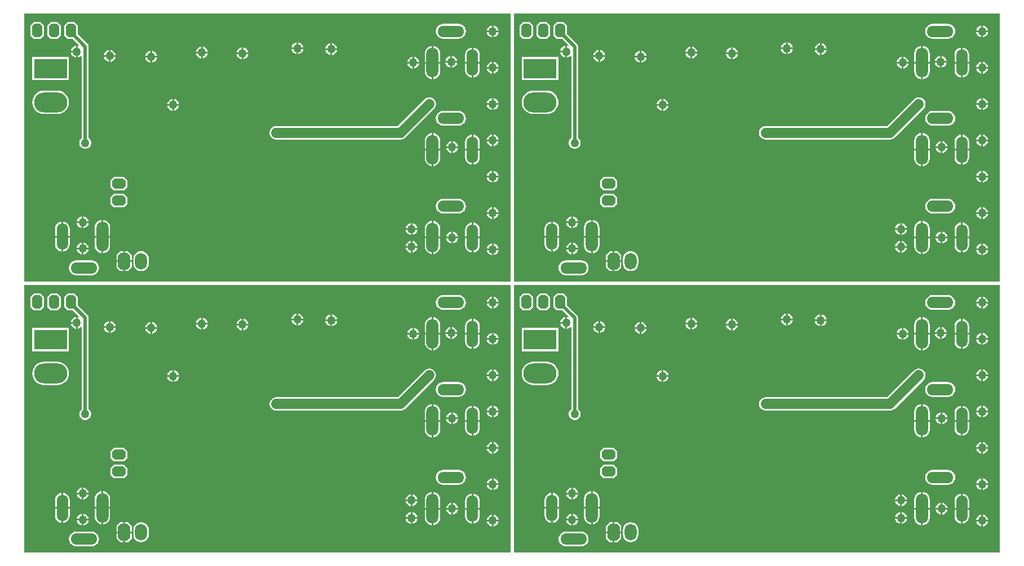
<source format=gbr>
%TF.GenerationSoftware,Altium Limited,Altium Designer,23.1.1 (15)*%
G04 Layer_Physical_Order=2*
G04 Layer_Color=16711680*
%FSLAX45Y45*%
%MOMM*%
%TF.SameCoordinates,4CCFFED5-D059-4900-A68D-9618ACEA1AB5*%
%TF.FilePolarity,Positive*%
%TF.FileFunction,Copper,L2,Bot,Signal*%
%TF.Part,CustomerPanel*%
G01*
G75*
%TA.AperFunction,Conductor*%
%ADD23C,1.50000*%
%ADD24C,0.50000*%
%TA.AperFunction,ComponentPad*%
%ADD26O,3.99999X1.70000*%
%ADD27O,1.80000X4.49999*%
%ADD28O,1.70000X3.99999*%
%ADD29O,1.80000X2.50000*%
G04:AMPARAMS|DCode=30|XSize=1.8mm|YSize=2.5mm|CornerRadius=0mm|HoleSize=0mm|Usage=FLASHONLY|Rotation=180.000|XOffset=0mm|YOffset=0mm|HoleType=Round|Shape=Octagon|*
%AMOCTAGOND30*
4,1,8,0.45000,-1.25000,-0.45000,-1.25000,-0.90000,-0.80000,-0.90000,0.80000,-0.45000,1.25000,0.45000,1.25000,0.90000,0.80000,0.90000,-0.80000,0.45000,-1.25000,0.0*
%
%ADD30OCTAGOND30*%

G04:AMPARAMS|DCode=31|XSize=2.032mm|YSize=1.524mm|CornerRadius=0mm|HoleSize=0mm|Usage=FLASHONLY|Rotation=90.000|XOffset=0mm|YOffset=0mm|HoleType=Round|Shape=Octagon|*
%AMOCTAGOND31*
4,1,8,0.38100,1.01600,-0.38100,1.01600,-0.76200,0.63500,-0.76200,-0.63500,-0.38100,-1.01600,0.38100,-1.01600,0.76200,-0.63500,0.76200,0.63500,0.38100,1.01600,0.0*
%
%ADD31OCTAGOND31*%

G04:AMPARAMS|DCode=32|XSize=2.032mm|YSize=1.524mm|CornerRadius=0mm|HoleSize=0mm|Usage=FLASHONLY|Rotation=180.000|XOffset=0mm|YOffset=0mm|HoleType=Round|Shape=Octagon|*
%AMOCTAGOND32*
4,1,8,-1.01600,0.38100,-1.01600,-0.38100,-0.63500,-0.76200,0.63500,-0.76200,1.01600,-0.38100,1.01600,0.38100,0.63500,0.76200,-0.63500,0.76200,-1.01600,0.38100,0.0*
%
%ADD32OCTAGOND32*%

%ADD33R,5.00000X3.00000*%
%ADD34O,5.00000X3.00000*%
%TA.AperFunction,ViaPad*%
%ADD35C,1.27000*%
G36*
X17424400Y8140700D02*
X10121900D01*
Y12166600D01*
X17424400D01*
Y8140700D01*
D02*
G37*
G36*
X10071100D02*
X2768600D01*
Y12166600D01*
X10071100D01*
Y8140700D01*
D02*
G37*
G36*
X17424400Y4064000D02*
X10121900D01*
Y8089900D01*
X17424400D01*
Y4064000D01*
D02*
G37*
G36*
X10071100D02*
X2768600D01*
Y8089900D01*
X10071100D01*
Y4064000D01*
D02*
G37*
%LPC*%
G36*
X17170399Y11988533D02*
Y11912600D01*
X17246333D01*
X17240543Y11934214D01*
X17228838Y11954486D01*
X17212286Y11971038D01*
X17192014Y11982742D01*
X17170399Y11988533D01*
D02*
G37*
G36*
X17145000D02*
X17123386Y11982742D01*
X17103114Y11971038D01*
X17086562Y11954486D01*
X17074858Y11934214D01*
X17069067Y11912600D01*
X17145000D01*
Y11988533D01*
D02*
G37*
G36*
X17246333Y11887200D02*
X17170399D01*
Y11811267D01*
X17192014Y11817058D01*
X17212286Y11828762D01*
X17228838Y11845314D01*
X17240543Y11865586D01*
X17246333Y11887200D01*
D02*
G37*
G36*
X17145000D02*
X17069067D01*
X17074858Y11865586D01*
X17086562Y11845314D01*
X17103114Y11828762D01*
X17123386Y11817058D01*
X17145000Y11811267D01*
Y11887200D01*
D02*
G37*
G36*
X16642899Y12010949D02*
X16412900D01*
X16384079Y12007155D01*
X16357224Y11996031D01*
X16334161Y11978335D01*
X16316466Y11955273D01*
X16305341Y11928417D01*
X16301547Y11899597D01*
X16305341Y11870777D01*
X16316466Y11843920D01*
X16334161Y11820859D01*
X16357224Y11803163D01*
X16384079Y11792038D01*
X16412900Y11788244D01*
X16642899D01*
X16671719Y11792038D01*
X16698575Y11803163D01*
X16721637Y11820859D01*
X16739333Y11843920D01*
X16750456Y11870777D01*
X16754253Y11899597D01*
X16750456Y11928417D01*
X16739333Y11955273D01*
X16721637Y11978335D01*
X16698575Y11996031D01*
X16671719Y12007155D01*
X16642899Y12010949D01*
D02*
G37*
G36*
X10617200Y12039600D02*
X10515600D01*
X10464800Y11988800D01*
Y11836400D01*
X10515600Y11785600D01*
X10617200D01*
X10668000Y11836400D01*
Y11988800D01*
X10617200Y12039600D01*
D02*
G37*
G36*
X10363200D02*
X10261600D01*
X10210800Y11988800D01*
Y11836400D01*
X10261600Y11785600D01*
X10363200D01*
X10414000Y11836400D01*
Y11988800D01*
X10363200Y12039600D01*
D02*
G37*
G36*
X10871200D02*
X10769600D01*
X10718800Y11988800D01*
Y11836400D01*
X10769600Y11785600D01*
X10849328D01*
X10943919Y11691008D01*
X10937345Y11679621D01*
X10922000Y11683733D01*
Y11595100D01*
Y11506467D01*
X10943614Y11512258D01*
X10963886Y11523962D01*
X10972213Y11532289D01*
X10984913Y11527029D01*
Y10296485D01*
X10981714Y10294638D01*
X10965162Y10278086D01*
X10953458Y10257814D01*
X10947400Y10235204D01*
Y10211796D01*
X10953458Y10189186D01*
X10965162Y10168914D01*
X10981714Y10152362D01*
X11001986Y10140658D01*
X11024596Y10134600D01*
X11048004D01*
X11070614Y10140658D01*
X11090886Y10152362D01*
X11107438Y10168914D01*
X11119142Y10189186D01*
X11125200Y10211796D01*
Y10235204D01*
X11119142Y10257814D01*
X11107438Y10278086D01*
X11090886Y10294638D01*
X11087687Y10296485D01*
Y11671300D01*
X11083776Y11690965D01*
X11072636Y11707636D01*
X10922000Y11858272D01*
Y11988800D01*
X10871200Y12039600D01*
D02*
G37*
G36*
X14236700Y11734533D02*
Y11658600D01*
X14312633D01*
X14306842Y11680214D01*
X14295139Y11700486D01*
X14278586Y11717038D01*
X14258315Y11728742D01*
X14236700Y11734533D01*
D02*
G37*
G36*
X14211301D02*
X14189687Y11728742D01*
X14169414Y11717038D01*
X14152863Y11700486D01*
X14141158Y11680214D01*
X14135367Y11658600D01*
X14211301D01*
Y11734533D01*
D02*
G37*
G36*
X14744701Y11721833D02*
Y11645900D01*
X14820633D01*
X14814842Y11667514D01*
X14803139Y11687786D01*
X14786586Y11704338D01*
X14766315Y11716042D01*
X14744701Y11721833D01*
D02*
G37*
G36*
X14719299D02*
X14697685Y11716042D01*
X14677414Y11704338D01*
X14660863Y11687786D01*
X14649158Y11667514D01*
X14643367Y11645900D01*
X14719299D01*
Y11721833D01*
D02*
G37*
G36*
X10896600Y11683733D02*
X10874986Y11677942D01*
X10854714Y11666238D01*
X10838162Y11649686D01*
X10826458Y11629414D01*
X10820667Y11607800D01*
X10896600D01*
Y11683733D01*
D02*
G37*
G36*
X12801601Y11671033D02*
Y11595100D01*
X12877533D01*
X12871742Y11616714D01*
X12860039Y11636986D01*
X12843486Y11653538D01*
X12823215Y11665242D01*
X12801601Y11671033D01*
D02*
G37*
G36*
X12776200D02*
X12754586Y11665242D01*
X12734314Y11653538D01*
X12717762Y11636986D01*
X12706058Y11616714D01*
X12700267Y11595100D01*
X12776200D01*
Y11671033D01*
D02*
G37*
G36*
X13411200Y11658333D02*
Y11582400D01*
X13487132D01*
X13481342Y11604014D01*
X13469638Y11624286D01*
X13453085Y11640838D01*
X13432814Y11652542D01*
X13411200Y11658333D01*
D02*
G37*
G36*
X13385800D02*
X13364186Y11652542D01*
X13343913Y11640838D01*
X13327362Y11624286D01*
X13315659Y11604014D01*
X13309866Y11582400D01*
X13385800D01*
Y11658333D01*
D02*
G37*
G36*
X14312633Y11633200D02*
X14236700D01*
Y11557267D01*
X14258315Y11563058D01*
X14278586Y11574762D01*
X14295139Y11591314D01*
X14306842Y11611586D01*
X14312633Y11633200D01*
D02*
G37*
G36*
X14211301D02*
X14135367D01*
X14141158Y11611586D01*
X14152863Y11591314D01*
X14169414Y11574762D01*
X14189687Y11563058D01*
X14211301Y11557267D01*
Y11633200D01*
D02*
G37*
G36*
X14820633Y11620500D02*
X14744701D01*
Y11544567D01*
X14766315Y11550358D01*
X14786586Y11562062D01*
X14803139Y11578614D01*
X14814842Y11598886D01*
X14820633Y11620500D01*
D02*
G37*
G36*
X14719299D02*
X14643367D01*
X14649158Y11598886D01*
X14660863Y11578614D01*
X14677414Y11562062D01*
X14697685Y11550358D01*
X14719299Y11544567D01*
Y11620500D01*
D02*
G37*
G36*
X11417300Y11620233D02*
Y11544300D01*
X11493233D01*
X11487442Y11565914D01*
X11475738Y11586186D01*
X11459186Y11602738D01*
X11438914Y11614442D01*
X11417300Y11620233D01*
D02*
G37*
G36*
X11391900D02*
X11370286Y11614442D01*
X11350014Y11602738D01*
X11333462Y11586186D01*
X11321758Y11565914D01*
X11315967Y11544300D01*
X11391900D01*
Y11620233D01*
D02*
G37*
G36*
X12039600Y11607533D02*
Y11531600D01*
X12115533D01*
X12109742Y11553214D01*
X12098038Y11573486D01*
X12081486Y11590038D01*
X12061214Y11601742D01*
X12039600Y11607533D01*
D02*
G37*
G36*
X12014200D02*
X11992586Y11601742D01*
X11972314Y11590038D01*
X11955762Y11573486D01*
X11944058Y11553214D01*
X11938267Y11531600D01*
X12014200D01*
Y11607533D01*
D02*
G37*
G36*
X10896600Y11582400D02*
X10820667D01*
X10826458Y11560786D01*
X10838162Y11540514D01*
X10854714Y11523962D01*
X10874986Y11512258D01*
X10896600Y11506467D01*
Y11582400D01*
D02*
G37*
G36*
X12877533Y11569700D02*
X12801601D01*
Y11493767D01*
X12823215Y11499558D01*
X12843486Y11511262D01*
X12860039Y11527814D01*
X12871742Y11548086D01*
X12877533Y11569700D01*
D02*
G37*
G36*
X12776200D02*
X12700267D01*
X12706058Y11548086D01*
X12717762Y11527814D01*
X12734314Y11511262D01*
X12754586Y11499558D01*
X12776200Y11493767D01*
Y11569700D01*
D02*
G37*
G36*
X13487132Y11557000D02*
X13411200D01*
Y11481067D01*
X13432814Y11486858D01*
X13453085Y11498562D01*
X13469638Y11515114D01*
X13481342Y11535386D01*
X13487132Y11557000D01*
D02*
G37*
G36*
X13385800D02*
X13309866D01*
X13315659Y11535386D01*
X13327362Y11515114D01*
X13343913Y11498562D01*
X13364186Y11486858D01*
X13385800Y11481067D01*
Y11557000D01*
D02*
G37*
G36*
X16548100Y11531333D02*
Y11455400D01*
X16624033D01*
X16618242Y11477014D01*
X16606538Y11497286D01*
X16589986Y11513838D01*
X16569714Y11525542D01*
X16548100Y11531333D01*
D02*
G37*
G36*
X16522701D02*
X16501086Y11525542D01*
X16480814Y11513838D01*
X16464262Y11497286D01*
X16452557Y11477014D01*
X16446767Y11455400D01*
X16522701D01*
Y11531333D01*
D02*
G37*
G36*
X11493233Y11518900D02*
X11417300D01*
Y11442967D01*
X11438914Y11448758D01*
X11459186Y11460462D01*
X11475738Y11477014D01*
X11487442Y11497286D01*
X11493233Y11518900D01*
D02*
G37*
G36*
X11391900D02*
X11315967D01*
X11321758Y11497286D01*
X11333462Y11477014D01*
X11350014Y11460462D01*
X11370286Y11448758D01*
X11391900Y11442967D01*
Y11518900D01*
D02*
G37*
G36*
X15976601Y11518633D02*
Y11442700D01*
X16052533D01*
X16046742Y11464314D01*
X16035039Y11484586D01*
X16018486Y11501138D01*
X15998215Y11512842D01*
X15976601Y11518633D01*
D02*
G37*
G36*
X15951199D02*
X15929585Y11512842D01*
X15909314Y11501138D01*
X15892763Y11484586D01*
X15881058Y11464314D01*
X15875267Y11442700D01*
X15951199D01*
Y11518633D01*
D02*
G37*
G36*
X16865601Y11654280D02*
Y11442299D01*
X16964253D01*
Y11544600D01*
X16960458Y11573420D01*
X16949335Y11600276D01*
X16931638Y11623338D01*
X16908575Y11641034D01*
X16881720Y11652158D01*
X16865601Y11654280D01*
D02*
G37*
G36*
X16840199D02*
X16824080Y11652158D01*
X16797224Y11641034D01*
X16774162Y11623338D01*
X16756467Y11600276D01*
X16745341Y11573420D01*
X16741547Y11544600D01*
Y11442299D01*
X16840199D01*
Y11654280D01*
D02*
G37*
G36*
X16265601Y11679320D02*
Y11442298D01*
X16369296D01*
Y11564597D01*
X16365331Y11594722D01*
X16353702Y11622795D01*
X16335205Y11646901D01*
X16311099Y11665398D01*
X16283026Y11677026D01*
X16265601Y11679320D01*
D02*
G37*
G36*
X16240201Y11679321D02*
X16222775Y11677026D01*
X16194704Y11665398D01*
X16170596Y11646901D01*
X16152100Y11622795D01*
X16140471Y11594722D01*
X16136505Y11564597D01*
Y11442298D01*
X16240201D01*
Y11679321D01*
D02*
G37*
G36*
X12115533Y11506200D02*
X12039600D01*
Y11430267D01*
X12061214Y11436058D01*
X12081486Y11447762D01*
X12098038Y11464314D01*
X12109742Y11484586D01*
X12115533Y11506200D01*
D02*
G37*
G36*
X12014200D02*
X11938267D01*
X11944058Y11484586D01*
X11955762Y11464314D01*
X11972314Y11447762D01*
X11992586Y11436058D01*
X12014200Y11430267D01*
Y11506200D01*
D02*
G37*
G36*
X17170399Y11442433D02*
Y11366500D01*
X17246333D01*
X17240543Y11388114D01*
X17228838Y11408386D01*
X17212286Y11424938D01*
X17192014Y11436642D01*
X17170399Y11442433D01*
D02*
G37*
G36*
X17145000D02*
X17123386Y11436642D01*
X17103114Y11424938D01*
X17086562Y11408386D01*
X17074858Y11388114D01*
X17069067Y11366500D01*
X17145000D01*
Y11442433D01*
D02*
G37*
G36*
X16624033Y11430000D02*
X16548100D01*
Y11354067D01*
X16569714Y11359858D01*
X16589986Y11371562D01*
X16606538Y11388114D01*
X16618242Y11408386D01*
X16624033Y11430000D01*
D02*
G37*
G36*
X16522701D02*
X16446767D01*
X16452557Y11408386D01*
X16464262Y11388114D01*
X16480814Y11371562D01*
X16501086Y11359858D01*
X16522701Y11354067D01*
Y11430000D01*
D02*
G37*
G36*
X16052533Y11417300D02*
X15976601D01*
Y11341367D01*
X15998215Y11347158D01*
X16018486Y11358862D01*
X16035039Y11375414D01*
X16046742Y11395686D01*
X16052533Y11417300D01*
D02*
G37*
G36*
X15951199D02*
X15875267D01*
X15881058Y11395686D01*
X15892763Y11375414D01*
X15909314Y11358862D01*
X15929585Y11347158D01*
X15951199Y11341367D01*
Y11417300D01*
D02*
G37*
G36*
X17246333Y11341100D02*
X17170399D01*
Y11265167D01*
X17192014Y11270958D01*
X17212286Y11282662D01*
X17228838Y11299214D01*
X17240543Y11319486D01*
X17246333Y11341100D01*
D02*
G37*
G36*
X17145000D02*
X17069067D01*
X17074858Y11319486D01*
X17086562Y11299214D01*
X17103114Y11282662D01*
X17123386Y11270958D01*
X17145000Y11265167D01*
Y11341100D01*
D02*
G37*
G36*
X16964253Y11416899D02*
X16865601D01*
Y11204920D01*
X16881720Y11207042D01*
X16908575Y11218166D01*
X16931638Y11235862D01*
X16949335Y11258924D01*
X16960458Y11285780D01*
X16964253Y11314600D01*
Y11416899D01*
D02*
G37*
G36*
X16840199D02*
X16741547D01*
Y11314600D01*
X16745341Y11285780D01*
X16756467Y11258924D01*
X16774162Y11235862D01*
X16797224Y11218166D01*
X16824080Y11207042D01*
X16840199Y11204920D01*
Y11416899D01*
D02*
G37*
G36*
X16369296Y11416898D02*
X16265601D01*
Y11179874D01*
X16283026Y11182168D01*
X16311099Y11193796D01*
X16335205Y11212293D01*
X16353702Y11236400D01*
X16365331Y11264472D01*
X16369296Y11294597D01*
Y11416898D01*
D02*
G37*
G36*
X16240201D02*
X16136505D01*
Y11294597D01*
X16140471Y11264472D01*
X16152100Y11236400D01*
X16170596Y11212293D01*
X16194704Y11193796D01*
X16222775Y11182168D01*
X16240201Y11179874D01*
Y11416898D01*
D02*
G37*
G36*
X10791000Y11516500D02*
X10240200D01*
Y11165700D01*
X10791000D01*
Y11516500D01*
D02*
G37*
G36*
X17170399Y10896333D02*
Y10820400D01*
X17246333D01*
X17240543Y10842014D01*
X17228838Y10862286D01*
X17212286Y10878838D01*
X17192014Y10890542D01*
X17170399Y10896333D01*
D02*
G37*
G36*
X17145000D02*
X17123386Y10890542D01*
X17103114Y10878838D01*
X17086562Y10862286D01*
X17074858Y10842014D01*
X17069067Y10820400D01*
X17145000D01*
Y10896333D01*
D02*
G37*
G36*
X12369800Y10883633D02*
Y10807700D01*
X12445733D01*
X12439942Y10829314D01*
X12428238Y10849586D01*
X12411686Y10866138D01*
X12391414Y10877842D01*
X12369800Y10883633D01*
D02*
G37*
G36*
X12344400D02*
X12322786Y10877842D01*
X12302514Y10866138D01*
X12285962Y10849586D01*
X12274258Y10829314D01*
X12268467Y10807700D01*
X12344400D01*
Y10883633D01*
D02*
G37*
G36*
X17246333Y10795000D02*
X17170399D01*
Y10719067D01*
X17192014Y10724858D01*
X17212286Y10736562D01*
X17228838Y10753114D01*
X17240543Y10773386D01*
X17246333Y10795000D01*
D02*
G37*
G36*
X17145000D02*
X17069067D01*
X17074858Y10773386D01*
X17086562Y10753114D01*
X17103114Y10736562D01*
X17123386Y10724858D01*
X17145000Y10719067D01*
Y10795000D01*
D02*
G37*
G36*
X12445733Y10782300D02*
X12369800D01*
Y10706367D01*
X12391414Y10712158D01*
X12411686Y10723862D01*
X12428238Y10740414D01*
X12439942Y10760686D01*
X12445733Y10782300D01*
D02*
G37*
G36*
X12344400D02*
X12268467D01*
X12274258Y10760686D01*
X12285962Y10740414D01*
X12302514Y10723862D01*
X12322786Y10712158D01*
X12344400Y10706367D01*
Y10782300D01*
D02*
G37*
G36*
X10615600Y11009349D02*
X10415600D01*
X10381215Y11005962D01*
X10348153Y10995933D01*
X10317681Y10979645D01*
X10290973Y10957727D01*
X10269055Y10931019D01*
X10252767Y10900547D01*
X10242738Y10867484D01*
X10239351Y10833100D01*
X10242738Y10798716D01*
X10252767Y10765653D01*
X10269055Y10735181D01*
X10290973Y10708473D01*
X10317681Y10686555D01*
X10348153Y10670267D01*
X10381215Y10660238D01*
X10415600Y10656851D01*
X10615600D01*
X10649985Y10660238D01*
X10683047Y10670267D01*
X10713519Y10686555D01*
X10740227Y10708473D01*
X10762145Y10735181D01*
X10778433Y10765653D01*
X10788462Y10798716D01*
X10791849Y10833100D01*
X10788462Y10867484D01*
X10778433Y10900547D01*
X10762145Y10931019D01*
X10740227Y10957727D01*
X10713519Y10979645D01*
X10683047Y10995933D01*
X10649985Y11005962D01*
X10615600Y11009349D01*
D02*
G37*
G36*
X16642899Y10702849D02*
X16412900D01*
X16384079Y10699055D01*
X16357224Y10687931D01*
X16334161Y10670235D01*
X16316466Y10647173D01*
X16305341Y10620317D01*
X16301547Y10591497D01*
X16305341Y10562677D01*
X16316466Y10535820D01*
X16334161Y10512759D01*
X16357224Y10495063D01*
X16384079Y10483938D01*
X16412900Y10480144D01*
X16642899D01*
X16671719Y10483938D01*
X16698575Y10495063D01*
X16721637Y10512759D01*
X16739333Y10535820D01*
X16750456Y10562677D01*
X16754253Y10591497D01*
X16750456Y10620317D01*
X16739333Y10647173D01*
X16721637Y10670235D01*
X16698575Y10687931D01*
X16671719Y10699055D01*
X16642899Y10702849D01*
D02*
G37*
G36*
X16205200Y10908966D02*
X16178992Y10905516D01*
X16154567Y10895399D01*
X16133594Y10879306D01*
X15731454Y10477166D01*
X13906500D01*
X13880290Y10473716D01*
X13855867Y10463599D01*
X13834894Y10447506D01*
X13818800Y10426533D01*
X13808684Y10402110D01*
X13805234Y10375900D01*
X13808684Y10349690D01*
X13818800Y10325267D01*
X13834894Y10304294D01*
X13855867Y10288201D01*
X13880290Y10278084D01*
X13906500Y10274634D01*
X15773398D01*
X15773399Y10274634D01*
X15799609Y10278084D01*
X15824033Y10288201D01*
X15845006Y10304294D01*
X16276807Y10736094D01*
X16292899Y10757067D01*
X16303017Y10781491D01*
X16306467Y10807700D01*
X16303017Y10833909D01*
X16292899Y10858333D01*
X16276807Y10879306D01*
X16255833Y10895399D01*
X16231409Y10905516D01*
X16205200Y10908966D01*
D02*
G37*
G36*
X17170399Y10350233D02*
Y10274300D01*
X17246333D01*
X17240543Y10295914D01*
X17228838Y10316186D01*
X17212286Y10332738D01*
X17192014Y10344442D01*
X17170399Y10350233D01*
D02*
G37*
G36*
X17145000D02*
X17123386Y10344442D01*
X17103114Y10332738D01*
X17086562Y10316186D01*
X17074858Y10295914D01*
X17069067Y10274300D01*
X17145000D01*
Y10350233D01*
D02*
G37*
G36*
X17246333Y10248900D02*
X17170399D01*
Y10172967D01*
X17192014Y10178758D01*
X17212286Y10190462D01*
X17228838Y10207014D01*
X17240543Y10227286D01*
X17246333Y10248900D01*
D02*
G37*
G36*
X17145000D02*
X17069067D01*
X17074858Y10227286D01*
X17086562Y10207014D01*
X17103114Y10190462D01*
X17123386Y10178758D01*
X17145000Y10172967D01*
Y10248900D01*
D02*
G37*
G36*
X16560800Y10248633D02*
Y10172700D01*
X16636732D01*
X16630942Y10194314D01*
X16619238Y10214586D01*
X16602686Y10231138D01*
X16582414Y10242842D01*
X16560800Y10248633D01*
D02*
G37*
G36*
X16535400D02*
X16513786Y10242842D01*
X16493513Y10231138D01*
X16476962Y10214586D01*
X16465257Y10194314D01*
X16459467Y10172700D01*
X16535400D01*
Y10248633D01*
D02*
G37*
G36*
X16865601Y10346180D02*
Y10134199D01*
X16964253D01*
Y10236500D01*
X16960458Y10265320D01*
X16949335Y10292176D01*
X16931638Y10315238D01*
X16908575Y10332934D01*
X16881720Y10344058D01*
X16865601Y10346180D01*
D02*
G37*
G36*
X16840199D02*
X16824080Y10344058D01*
X16797224Y10332934D01*
X16774162Y10315238D01*
X16756467Y10292176D01*
X16745341Y10265320D01*
X16741547Y10236500D01*
Y10134199D01*
X16840199D01*
Y10346180D01*
D02*
G37*
G36*
X16265601Y10371220D02*
Y10134198D01*
X16369296D01*
Y10256497D01*
X16365331Y10286622D01*
X16353702Y10314695D01*
X16335205Y10338801D01*
X16311099Y10357298D01*
X16283026Y10368926D01*
X16265601Y10371220D01*
D02*
G37*
G36*
X16240201Y10371221D02*
X16222775Y10368926D01*
X16194704Y10357298D01*
X16170596Y10338801D01*
X16152100Y10314695D01*
X16140471Y10286622D01*
X16136505Y10256497D01*
Y10134198D01*
X16240201D01*
Y10371221D01*
D02*
G37*
G36*
X16636732Y10147300D02*
X16560800D01*
Y10071367D01*
X16582414Y10077158D01*
X16602686Y10088862D01*
X16619238Y10105414D01*
X16630942Y10125686D01*
X16636732Y10147300D01*
D02*
G37*
G36*
X16535400D02*
X16459467D01*
X16465257Y10125686D01*
X16476962Y10105414D01*
X16493513Y10088862D01*
X16513786Y10077158D01*
X16535400Y10071367D01*
Y10147300D01*
D02*
G37*
G36*
X16964253Y10108799D02*
X16865601D01*
Y9896820D01*
X16881720Y9898942D01*
X16908575Y9910066D01*
X16931638Y9927762D01*
X16949335Y9950824D01*
X16960458Y9977680D01*
X16964253Y10006500D01*
Y10108799D01*
D02*
G37*
G36*
X16840199D02*
X16741547D01*
Y10006500D01*
X16745341Y9977680D01*
X16756467Y9950824D01*
X16774162Y9927762D01*
X16797224Y9910066D01*
X16824080Y9898942D01*
X16840199Y9896820D01*
Y10108799D01*
D02*
G37*
G36*
X16369296Y10108798D02*
X16265601D01*
Y9871774D01*
X16283026Y9874068D01*
X16311099Y9885696D01*
X16335205Y9904193D01*
X16353702Y9928300D01*
X16365331Y9956372D01*
X16369296Y9986497D01*
Y10108798D01*
D02*
G37*
G36*
X16240201D02*
X16136505D01*
Y9986497D01*
X16140471Y9956372D01*
X16152100Y9928300D01*
X16170596Y9904193D01*
X16194704Y9885696D01*
X16222775Y9874068D01*
X16240201Y9871774D01*
Y10108798D01*
D02*
G37*
G36*
X17170399Y9804133D02*
Y9728200D01*
X17246333D01*
X17240543Y9749814D01*
X17228838Y9770086D01*
X17212286Y9786638D01*
X17192014Y9798342D01*
X17170399Y9804133D01*
D02*
G37*
G36*
X17145000D02*
X17123386Y9798342D01*
X17103114Y9786638D01*
X17086562Y9770086D01*
X17074858Y9749814D01*
X17069067Y9728200D01*
X17145000D01*
Y9804133D01*
D02*
G37*
G36*
X17246333Y9702800D02*
X17170399D01*
Y9626867D01*
X17192014Y9632658D01*
X17212286Y9644362D01*
X17228838Y9660914D01*
X17240543Y9681186D01*
X17246333Y9702800D01*
D02*
G37*
G36*
X17145000D02*
X17069067D01*
X17074858Y9681186D01*
X17086562Y9660914D01*
X17103114Y9644362D01*
X17123386Y9632658D01*
X17145000Y9626867D01*
Y9702800D01*
D02*
G37*
G36*
X11620500Y9715500D02*
X11468100D01*
X11417300Y9664700D01*
Y9563100D01*
X11468100Y9512300D01*
X11620500D01*
X11671300Y9563100D01*
Y9664700D01*
X11620500Y9715500D01*
D02*
G37*
G36*
Y9461500D02*
X11468100D01*
X11417300Y9410700D01*
Y9309100D01*
X11468100Y9258300D01*
X11620500D01*
X11671300Y9309100D01*
Y9410700D01*
X11620500Y9461500D01*
D02*
G37*
G36*
X17170399Y9258033D02*
Y9182100D01*
X17246333D01*
X17240543Y9203714D01*
X17228838Y9223986D01*
X17212286Y9240538D01*
X17192014Y9252242D01*
X17170399Y9258033D01*
D02*
G37*
G36*
X17145000D02*
X17123386Y9252242D01*
X17103114Y9240538D01*
X17086562Y9223986D01*
X17074858Y9203714D01*
X17069067Y9182100D01*
X17145000D01*
Y9258033D01*
D02*
G37*
G36*
X16642899Y9382049D02*
X16412900D01*
X16384079Y9378255D01*
X16357224Y9367131D01*
X16334161Y9349435D01*
X16316466Y9326373D01*
X16305341Y9299517D01*
X16301547Y9270697D01*
X16305341Y9241877D01*
X16316466Y9215020D01*
X16334161Y9191959D01*
X16357224Y9174263D01*
X16384079Y9163138D01*
X16412900Y9159344D01*
X16642899D01*
X16671719Y9163138D01*
X16698575Y9174263D01*
X16721637Y9191959D01*
X16739333Y9215020D01*
X16750456Y9241877D01*
X16754253Y9270697D01*
X16750456Y9299517D01*
X16739333Y9326373D01*
X16721637Y9349435D01*
X16698575Y9367131D01*
X16671719Y9378255D01*
X16642899Y9382049D01*
D02*
G37*
G36*
X17246333Y9156700D02*
X17170399D01*
Y9080767D01*
X17192014Y9086558D01*
X17212286Y9098262D01*
X17228838Y9114814D01*
X17240543Y9135086D01*
X17246333Y9156700D01*
D02*
G37*
G36*
X17145000D02*
X17069067D01*
X17074858Y9135086D01*
X17086562Y9114814D01*
X17103114Y9098262D01*
X17123386Y9086558D01*
X17145000Y9080767D01*
Y9156700D01*
D02*
G37*
G36*
X11010900Y9118333D02*
Y9042400D01*
X11086833D01*
X11081042Y9064014D01*
X11069338Y9084286D01*
X11052786Y9100838D01*
X11032514Y9112542D01*
X11010900Y9118333D01*
D02*
G37*
G36*
X10985500D02*
X10963886Y9112542D01*
X10943614Y9100838D01*
X10927062Y9084286D01*
X10915358Y9064014D01*
X10909567Y9042400D01*
X10985500D01*
Y9118333D01*
D02*
G37*
G36*
X11086833Y9017000D02*
X11010900D01*
Y8941067D01*
X11032514Y8946858D01*
X11052786Y8958562D01*
X11069338Y8975114D01*
X11081042Y8995386D01*
X11086833Y9017000D01*
D02*
G37*
G36*
X10985500D02*
X10909567D01*
X10915358Y8995386D01*
X10927062Y8975114D01*
X10943614Y8958562D01*
X10963886Y8946858D01*
X10985500Y8941067D01*
Y9017000D01*
D02*
G37*
G36*
X15951199Y9016733D02*
Y8940800D01*
X16027133D01*
X16021342Y8962414D01*
X16009637Y8982686D01*
X15993086Y8999238D01*
X15972813Y9010942D01*
X15951199Y9016733D01*
D02*
G37*
G36*
X15925800D02*
X15904185Y9010942D01*
X15883914Y8999238D01*
X15867361Y8982686D01*
X15855658Y8962414D01*
X15849867Y8940800D01*
X15925800D01*
Y9016733D01*
D02*
G37*
G36*
X16027133Y8915400D02*
X15951199D01*
Y8839467D01*
X15972813Y8845258D01*
X15993086Y8856962D01*
X16009637Y8873514D01*
X16021342Y8893786D01*
X16027133Y8915400D01*
D02*
G37*
G36*
X15925800D02*
X15849867D01*
X15855658Y8893786D01*
X15867361Y8873514D01*
X15883914Y8856962D01*
X15904185Y8845258D01*
X15925800Y8839467D01*
Y8915400D01*
D02*
G37*
G36*
X11306099Y9063526D02*
Y8826503D01*
X11409795D01*
Y8948803D01*
X11405829Y8978928D01*
X11394200Y9007000D01*
X11375703Y9031107D01*
X11351597Y9049604D01*
X11323524Y9061232D01*
X11306099Y9063526D01*
D02*
G37*
G36*
X11280699D02*
X11263274Y9061232D01*
X11235201Y9049604D01*
X11211095Y9031107D01*
X11192598Y9007000D01*
X11180970Y8978928D01*
X11177004Y8948803D01*
Y8826503D01*
X11280699D01*
Y9063526D01*
D02*
G37*
G36*
X10706100Y9038480D02*
Y8826500D01*
X10804753D01*
Y8928800D01*
X10800958Y8957620D01*
X10789834Y8984476D01*
X10772138Y9007538D01*
X10749076Y9025234D01*
X10722220Y9036358D01*
X10706100Y9038480D01*
D02*
G37*
G36*
X10680700D02*
X10664580Y9036358D01*
X10637724Y9025234D01*
X10614662Y9007538D01*
X10596966Y8984476D01*
X10585842Y8957620D01*
X10582047Y8928800D01*
Y8826500D01*
X10680700D01*
Y9038480D01*
D02*
G37*
G36*
X16560800Y8889733D02*
Y8813800D01*
X16636732D01*
X16630942Y8835414D01*
X16619238Y8855686D01*
X16602686Y8872238D01*
X16582414Y8883942D01*
X16560800Y8889733D01*
D02*
G37*
G36*
X16535400D02*
X16513786Y8883942D01*
X16493513Y8872238D01*
X16476962Y8855686D01*
X16465257Y8835414D01*
X16459467Y8813800D01*
X16535400D01*
Y8889733D01*
D02*
G37*
G36*
X16865601Y9025380D02*
Y8813399D01*
X16964253D01*
Y8915700D01*
X16960458Y8944520D01*
X16949335Y8971376D01*
X16931638Y8994438D01*
X16908575Y9012134D01*
X16881720Y9023258D01*
X16865601Y9025380D01*
D02*
G37*
G36*
X16840199D02*
X16824080Y9023258D01*
X16797224Y9012134D01*
X16774162Y8994438D01*
X16756467Y8971376D01*
X16745341Y8944520D01*
X16741547Y8915700D01*
Y8813399D01*
X16840199D01*
Y9025380D01*
D02*
G37*
G36*
X16265601Y9050420D02*
Y8813397D01*
X16369296D01*
Y8935697D01*
X16365331Y8965822D01*
X16353702Y8993895D01*
X16335205Y9018001D01*
X16311099Y9036498D01*
X16283026Y9048126D01*
X16265601Y9050420D01*
D02*
G37*
G36*
X16240201Y9050421D02*
X16222775Y9048126D01*
X16194704Y9036498D01*
X16170596Y9018001D01*
X16152100Y8993895D01*
X16140471Y8965822D01*
X16136505Y8935697D01*
Y8813397D01*
X16240201D01*
Y9050421D01*
D02*
G37*
G36*
X16636732Y8788400D02*
X16560800D01*
Y8712467D01*
X16582414Y8718258D01*
X16602686Y8729962D01*
X16619238Y8746514D01*
X16630942Y8766786D01*
X16636732Y8788400D01*
D02*
G37*
G36*
X16535400D02*
X16459467D01*
X16465257Y8766786D01*
X16476962Y8746514D01*
X16493513Y8729962D01*
X16513786Y8718258D01*
X16535400Y8712467D01*
Y8788400D01*
D02*
G37*
G36*
X15951199Y8750033D02*
Y8674100D01*
X16027133D01*
X16021342Y8695714D01*
X16009637Y8715986D01*
X15993086Y8732538D01*
X15972813Y8744242D01*
X15951199Y8750033D01*
D02*
G37*
G36*
X15925800D02*
X15904185Y8744242D01*
X15883914Y8732538D01*
X15867361Y8715986D01*
X15855658Y8695714D01*
X15849867Y8674100D01*
X15925800D01*
Y8750033D01*
D02*
G37*
G36*
X11010900Y8724633D02*
Y8648700D01*
X11086833D01*
X11081042Y8670314D01*
X11069338Y8690586D01*
X11052786Y8707138D01*
X11032514Y8718842D01*
X11010900Y8724633D01*
D02*
G37*
G36*
X10985500D02*
X10963886Y8718842D01*
X10943614Y8707138D01*
X10927062Y8690586D01*
X10915358Y8670314D01*
X10909567Y8648700D01*
X10985500D01*
Y8724633D01*
D02*
G37*
G36*
X17170399Y8711933D02*
Y8636000D01*
X17246333D01*
X17240543Y8657614D01*
X17228838Y8677886D01*
X17212286Y8694438D01*
X17192014Y8706142D01*
X17170399Y8711933D01*
D02*
G37*
G36*
X17145000D02*
X17123386Y8706142D01*
X17103114Y8694438D01*
X17086562Y8677886D01*
X17074858Y8657614D01*
X17069067Y8636000D01*
X17145000D01*
Y8711933D01*
D02*
G37*
G36*
X10804753Y8801100D02*
X10706100D01*
Y8589120D01*
X10722220Y8591242D01*
X10749076Y8602366D01*
X10772138Y8620062D01*
X10789834Y8643124D01*
X10800958Y8669980D01*
X10804753Y8698800D01*
Y8801100D01*
D02*
G37*
G36*
X10680700D02*
X10582047D01*
Y8698800D01*
X10585842Y8669980D01*
X10596966Y8643124D01*
X10614662Y8620062D01*
X10637724Y8602366D01*
X10664580Y8591242D01*
X10680700Y8589120D01*
Y8801100D01*
D02*
G37*
G36*
X16964253Y8787999D02*
X16865601D01*
Y8576020D01*
X16881720Y8578142D01*
X16908575Y8589266D01*
X16931638Y8606962D01*
X16949335Y8630024D01*
X16960458Y8656880D01*
X16964253Y8685700D01*
Y8787999D01*
D02*
G37*
G36*
X16840199D02*
X16741547D01*
Y8685700D01*
X16745341Y8656880D01*
X16756467Y8630024D01*
X16774162Y8606962D01*
X16797224Y8589266D01*
X16824080Y8578142D01*
X16840199Y8576020D01*
Y8787999D01*
D02*
G37*
G36*
X16027133Y8648700D02*
X15951199D01*
Y8572767D01*
X15972813Y8578558D01*
X15993086Y8590262D01*
X16009637Y8606814D01*
X16021342Y8627086D01*
X16027133Y8648700D01*
D02*
G37*
G36*
X15925800D02*
X15849867D01*
X15855658Y8627086D01*
X15867361Y8606814D01*
X15883914Y8590262D01*
X15904185Y8578558D01*
X15925800Y8572767D01*
Y8648700D01*
D02*
G37*
G36*
X11409795Y8801103D02*
X11306099D01*
Y8564079D01*
X11323524Y8566374D01*
X11351597Y8578002D01*
X11375703Y8596499D01*
X11394200Y8620605D01*
X11405829Y8648678D01*
X11409795Y8678803D01*
Y8801103D01*
D02*
G37*
G36*
X11280699D02*
X11177004D01*
Y8678803D01*
X11180970Y8648678D01*
X11192598Y8620605D01*
X11211095Y8596499D01*
X11235201Y8578002D01*
X11263274Y8566374D01*
X11280699Y8564079D01*
Y8801103D01*
D02*
G37*
G36*
X16369296Y8787997D02*
X16265601D01*
Y8550974D01*
X16283026Y8553268D01*
X16311099Y8564896D01*
X16335205Y8583393D01*
X16353702Y8607500D01*
X16365331Y8635572D01*
X16369296Y8665697D01*
Y8787997D01*
D02*
G37*
G36*
X16240201D02*
X16136505D01*
Y8665697D01*
X16140471Y8635572D01*
X16152100Y8607500D01*
X16170596Y8583393D01*
X16194704Y8564896D01*
X16222775Y8553268D01*
X16240201Y8550974D01*
Y8787997D01*
D02*
G37*
G36*
X11086833Y8623300D02*
X11010900D01*
Y8547367D01*
X11032514Y8553158D01*
X11052786Y8564862D01*
X11069338Y8581414D01*
X11081042Y8601686D01*
X11086833Y8623300D01*
D02*
G37*
G36*
X10985500D02*
X10909567D01*
X10915358Y8601686D01*
X10927062Y8581414D01*
X10943614Y8564862D01*
X10963886Y8553158D01*
X10985500Y8547367D01*
Y8623300D01*
D02*
G37*
G36*
X17246333Y8610600D02*
X17170399D01*
Y8534667D01*
X17192014Y8540458D01*
X17212286Y8552162D01*
X17228838Y8568714D01*
X17240543Y8588986D01*
X17246333Y8610600D01*
D02*
G37*
G36*
X17145000D02*
X17069067D01*
X17074858Y8588986D01*
X17086562Y8568714D01*
X17103114Y8552162D01*
X17123386Y8540458D01*
X17145000Y8534667D01*
Y8610600D01*
D02*
G37*
G36*
X11678200Y8595900D02*
X11633200D01*
Y8458200D01*
X11735900D01*
Y8538200D01*
X11678200Y8595900D01*
D02*
G37*
G36*
X11607800D02*
X11562800D01*
X11505100Y8538200D01*
Y8458200D01*
X11607800D01*
Y8595900D01*
D02*
G37*
G36*
X11735900Y8432800D02*
X11633200D01*
Y8295100D01*
X11678200D01*
X11735900Y8352800D01*
Y8432800D01*
D02*
G37*
G36*
X11607800D02*
X11505100D01*
Y8352800D01*
X11562800Y8295100D01*
X11607800D01*
Y8432800D01*
D02*
G37*
G36*
X11874500Y8596896D02*
X11844375Y8592930D01*
X11816302Y8581302D01*
X11792196Y8562804D01*
X11773699Y8538698D01*
X11762070Y8510626D01*
X11758104Y8480500D01*
Y8410500D01*
X11762070Y8380374D01*
X11773699Y8352302D01*
X11792196Y8328196D01*
X11816302Y8309698D01*
X11844375Y8298070D01*
X11874500Y8294104D01*
X11904625Y8298070D01*
X11932698Y8309698D01*
X11956804Y8328196D01*
X11975301Y8352302D01*
X11986930Y8380374D01*
X11990896Y8410500D01*
Y8480500D01*
X11986930Y8510626D01*
X11975301Y8538698D01*
X11956804Y8562804D01*
X11932698Y8581302D01*
X11904625Y8592930D01*
X11874500Y8596896D01*
D02*
G37*
G36*
X11133400Y8455156D02*
X10903401D01*
X10874581Y8451362D01*
X10847725Y8440237D01*
X10824663Y8422541D01*
X10806967Y8399480D01*
X10795843Y8372623D01*
X10792048Y8343803D01*
X10795843Y8314983D01*
X10806967Y8288127D01*
X10824663Y8265065D01*
X10847725Y8247369D01*
X10874581Y8236245D01*
X10903401Y8232451D01*
X11133400D01*
X11162221Y8236245D01*
X11189077Y8247369D01*
X11212139Y8265065D01*
X11229835Y8288127D01*
X11240959Y8314983D01*
X11244753Y8343803D01*
X11240959Y8372623D01*
X11229835Y8399480D01*
X11212139Y8422541D01*
X11189077Y8440237D01*
X11162221Y8451362D01*
X11133400Y8455156D01*
D02*
G37*
G36*
X9817100Y11988533D02*
Y11912600D01*
X9893033D01*
X9887242Y11934214D01*
X9875538Y11954486D01*
X9858986Y11971038D01*
X9838714Y11982742D01*
X9817100Y11988533D01*
D02*
G37*
G36*
X9791700D02*
X9770086Y11982742D01*
X9749814Y11971038D01*
X9733262Y11954486D01*
X9721558Y11934214D01*
X9715767Y11912600D01*
X9791700D01*
Y11988533D01*
D02*
G37*
G36*
X9893033Y11887200D02*
X9817100D01*
Y11811267D01*
X9838714Y11817058D01*
X9858986Y11828762D01*
X9875538Y11845314D01*
X9887242Y11865586D01*
X9893033Y11887200D01*
D02*
G37*
G36*
X9791700D02*
X9715767D01*
X9721558Y11865586D01*
X9733262Y11845314D01*
X9749814Y11828762D01*
X9770086Y11817058D01*
X9791700Y11811267D01*
Y11887200D01*
D02*
G37*
G36*
X9289599Y12010949D02*
X9059600D01*
X9030779Y12007155D01*
X9003923Y11996031D01*
X8980861Y11978335D01*
X8963165Y11955273D01*
X8952041Y11928417D01*
X8948247Y11899597D01*
X8952041Y11870777D01*
X8963165Y11843920D01*
X8980861Y11820859D01*
X9003923Y11803163D01*
X9030779Y11792038D01*
X9059600Y11788244D01*
X9289599D01*
X9318419Y11792038D01*
X9345275Y11803163D01*
X9368337Y11820859D01*
X9386033Y11843920D01*
X9397157Y11870777D01*
X9400952Y11899597D01*
X9397157Y11928417D01*
X9386033Y11955273D01*
X9368337Y11978335D01*
X9345275Y11996031D01*
X9318419Y12007155D01*
X9289599Y12010949D01*
D02*
G37*
G36*
X3263900Y12039600D02*
X3162300D01*
X3111500Y11988800D01*
Y11836400D01*
X3162300Y11785600D01*
X3263900D01*
X3314700Y11836400D01*
Y11988800D01*
X3263900Y12039600D01*
D02*
G37*
G36*
X3009900D02*
X2908300D01*
X2857500Y11988800D01*
Y11836400D01*
X2908300Y11785600D01*
X3009900D01*
X3060700Y11836400D01*
Y11988800D01*
X3009900Y12039600D01*
D02*
G37*
G36*
X3517900D02*
X3416300D01*
X3365500Y11988800D01*
Y11836400D01*
X3416300Y11785600D01*
X3496028D01*
X3590619Y11691008D01*
X3584045Y11679621D01*
X3568700Y11683733D01*
Y11595100D01*
Y11506467D01*
X3590314Y11512258D01*
X3610586Y11523962D01*
X3618913Y11532289D01*
X3631613Y11527029D01*
Y10296485D01*
X3628414Y10294638D01*
X3611862Y10278086D01*
X3600158Y10257814D01*
X3594100Y10235204D01*
Y10211796D01*
X3600158Y10189186D01*
X3611862Y10168914D01*
X3628414Y10152362D01*
X3648686Y10140658D01*
X3671296Y10134600D01*
X3694704D01*
X3717314Y10140658D01*
X3737586Y10152362D01*
X3754138Y10168914D01*
X3765842Y10189186D01*
X3771900Y10211796D01*
Y10235204D01*
X3765842Y10257814D01*
X3754138Y10278086D01*
X3737586Y10294638D01*
X3734387Y10296485D01*
Y11671300D01*
X3730476Y11690965D01*
X3719336Y11707636D01*
X3568700Y11858272D01*
Y11988800D01*
X3517900Y12039600D01*
D02*
G37*
G36*
X6883400Y11734533D02*
Y11658600D01*
X6959333D01*
X6953542Y11680214D01*
X6941838Y11700486D01*
X6925286Y11717038D01*
X6905014Y11728742D01*
X6883400Y11734533D01*
D02*
G37*
G36*
X6858000D02*
X6836386Y11728742D01*
X6816114Y11717038D01*
X6799562Y11700486D01*
X6787858Y11680214D01*
X6782067Y11658600D01*
X6858000D01*
Y11734533D01*
D02*
G37*
G36*
X7391400Y11721833D02*
Y11645900D01*
X7467333D01*
X7461542Y11667514D01*
X7449838Y11687786D01*
X7433286Y11704338D01*
X7413014Y11716042D01*
X7391400Y11721833D01*
D02*
G37*
G36*
X7366000D02*
X7344386Y11716042D01*
X7324114Y11704338D01*
X7307562Y11687786D01*
X7295858Y11667514D01*
X7290067Y11645900D01*
X7366000D01*
Y11721833D01*
D02*
G37*
G36*
X3543300Y11683733D02*
X3521686Y11677942D01*
X3501414Y11666238D01*
X3484862Y11649686D01*
X3473158Y11629414D01*
X3467367Y11607800D01*
X3543300D01*
Y11683733D01*
D02*
G37*
G36*
X5448300Y11671033D02*
Y11595100D01*
X5524233D01*
X5518442Y11616714D01*
X5506738Y11636986D01*
X5490186Y11653538D01*
X5469914Y11665242D01*
X5448300Y11671033D01*
D02*
G37*
G36*
X5422900D02*
X5401286Y11665242D01*
X5381014Y11653538D01*
X5364462Y11636986D01*
X5352758Y11616714D01*
X5346967Y11595100D01*
X5422900D01*
Y11671033D01*
D02*
G37*
G36*
X6057900Y11658333D02*
Y11582400D01*
X6133833D01*
X6128042Y11604014D01*
X6116338Y11624286D01*
X6099786Y11640838D01*
X6079514Y11652542D01*
X6057900Y11658333D01*
D02*
G37*
G36*
X6032500D02*
X6010886Y11652542D01*
X5990614Y11640838D01*
X5974062Y11624286D01*
X5962358Y11604014D01*
X5956567Y11582400D01*
X6032500D01*
Y11658333D01*
D02*
G37*
G36*
X6959333Y11633200D02*
X6883400D01*
Y11557267D01*
X6905014Y11563058D01*
X6925286Y11574762D01*
X6941838Y11591314D01*
X6953542Y11611586D01*
X6959333Y11633200D01*
D02*
G37*
G36*
X6858000D02*
X6782067D01*
X6787858Y11611586D01*
X6799562Y11591314D01*
X6816114Y11574762D01*
X6836386Y11563058D01*
X6858000Y11557267D01*
Y11633200D01*
D02*
G37*
G36*
X7467333Y11620500D02*
X7391400D01*
Y11544567D01*
X7413014Y11550358D01*
X7433286Y11562062D01*
X7449838Y11578614D01*
X7461542Y11598886D01*
X7467333Y11620500D01*
D02*
G37*
G36*
X7366000D02*
X7290067D01*
X7295858Y11598886D01*
X7307562Y11578614D01*
X7324114Y11562062D01*
X7344386Y11550358D01*
X7366000Y11544567D01*
Y11620500D01*
D02*
G37*
G36*
X4064000Y11620233D02*
Y11544300D01*
X4139933D01*
X4134142Y11565914D01*
X4122438Y11586186D01*
X4105886Y11602738D01*
X4085614Y11614442D01*
X4064000Y11620233D01*
D02*
G37*
G36*
X4038600D02*
X4016986Y11614442D01*
X3996714Y11602738D01*
X3980162Y11586186D01*
X3968458Y11565914D01*
X3962667Y11544300D01*
X4038600D01*
Y11620233D01*
D02*
G37*
G36*
X4686300Y11607533D02*
Y11531600D01*
X4762233D01*
X4756442Y11553214D01*
X4744738Y11573486D01*
X4728186Y11590038D01*
X4707914Y11601742D01*
X4686300Y11607533D01*
D02*
G37*
G36*
X4660900D02*
X4639286Y11601742D01*
X4619014Y11590038D01*
X4602462Y11573486D01*
X4590758Y11553214D01*
X4584967Y11531600D01*
X4660900D01*
Y11607533D01*
D02*
G37*
G36*
X3543300Y11582400D02*
X3467367D01*
X3473158Y11560786D01*
X3484862Y11540514D01*
X3501414Y11523962D01*
X3521686Y11512258D01*
X3543300Y11506467D01*
Y11582400D01*
D02*
G37*
G36*
X5524233Y11569700D02*
X5448300D01*
Y11493767D01*
X5469914Y11499558D01*
X5490186Y11511262D01*
X5506738Y11527814D01*
X5518442Y11548086D01*
X5524233Y11569700D01*
D02*
G37*
G36*
X5422900D02*
X5346967D01*
X5352758Y11548086D01*
X5364462Y11527814D01*
X5381014Y11511262D01*
X5401286Y11499558D01*
X5422900Y11493767D01*
Y11569700D01*
D02*
G37*
G36*
X6133833Y11557000D02*
X6057900D01*
Y11481067D01*
X6079514Y11486858D01*
X6099786Y11498562D01*
X6116338Y11515114D01*
X6128042Y11535386D01*
X6133833Y11557000D01*
D02*
G37*
G36*
X6032500D02*
X5956567D01*
X5962358Y11535386D01*
X5974062Y11515114D01*
X5990614Y11498562D01*
X6010886Y11486858D01*
X6032500Y11481067D01*
Y11557000D01*
D02*
G37*
G36*
X9194800Y11531333D02*
Y11455400D01*
X9270733D01*
X9264942Y11477014D01*
X9253238Y11497286D01*
X9236686Y11513838D01*
X9216414Y11525542D01*
X9194800Y11531333D01*
D02*
G37*
G36*
X9169400D02*
X9147786Y11525542D01*
X9127514Y11513838D01*
X9110962Y11497286D01*
X9099258Y11477014D01*
X9093467Y11455400D01*
X9169400D01*
Y11531333D01*
D02*
G37*
G36*
X4139933Y11518900D02*
X4064000D01*
Y11442967D01*
X4085614Y11448758D01*
X4105886Y11460462D01*
X4122438Y11477014D01*
X4134142Y11497286D01*
X4139933Y11518900D01*
D02*
G37*
G36*
X4038600D02*
X3962667D01*
X3968458Y11497286D01*
X3980162Y11477014D01*
X3996714Y11460462D01*
X4016986Y11448758D01*
X4038600Y11442967D01*
Y11518900D01*
D02*
G37*
G36*
X8623300Y11518633D02*
Y11442700D01*
X8699233D01*
X8693442Y11464314D01*
X8681738Y11484586D01*
X8665186Y11501138D01*
X8644914Y11512842D01*
X8623300Y11518633D01*
D02*
G37*
G36*
X8597900D02*
X8576286Y11512842D01*
X8556014Y11501138D01*
X8539462Y11484586D01*
X8527758Y11464314D01*
X8521967Y11442700D01*
X8597900D01*
Y11518633D01*
D02*
G37*
G36*
X9512300Y11654280D02*
Y11442299D01*
X9610953D01*
Y11544600D01*
X9607158Y11573420D01*
X9596034Y11600276D01*
X9578338Y11623338D01*
X9555276Y11641034D01*
X9528420Y11652158D01*
X9512300Y11654280D01*
D02*
G37*
G36*
X9486900D02*
X9470780Y11652158D01*
X9443924Y11641034D01*
X9420862Y11623338D01*
X9403166Y11600276D01*
X9392042Y11573420D01*
X9388247Y11544600D01*
Y11442299D01*
X9486900D01*
Y11654280D01*
D02*
G37*
G36*
X8912301Y11679320D02*
Y11442298D01*
X9015996D01*
Y11564597D01*
X9012030Y11594722D01*
X9000402Y11622795D01*
X8981905Y11646901D01*
X8957799Y11665398D01*
X8929726Y11677026D01*
X8912301Y11679320D01*
D02*
G37*
G36*
X8886901Y11679321D02*
X8869476Y11677026D01*
X8841403Y11665398D01*
X8817297Y11646901D01*
X8798800Y11622795D01*
X8787171Y11594722D01*
X8783205Y11564597D01*
Y11442298D01*
X8886901D01*
Y11679321D01*
D02*
G37*
G36*
X4762233Y11506200D02*
X4686300D01*
Y11430267D01*
X4707914Y11436058D01*
X4728186Y11447762D01*
X4744738Y11464314D01*
X4756442Y11484586D01*
X4762233Y11506200D01*
D02*
G37*
G36*
X4660900D02*
X4584967D01*
X4590758Y11484586D01*
X4602462Y11464314D01*
X4619014Y11447762D01*
X4639286Y11436058D01*
X4660900Y11430267D01*
Y11506200D01*
D02*
G37*
G36*
X9817100Y11442433D02*
Y11366500D01*
X9893033D01*
X9887242Y11388114D01*
X9875538Y11408386D01*
X9858986Y11424938D01*
X9838714Y11436642D01*
X9817100Y11442433D01*
D02*
G37*
G36*
X9791700D02*
X9770086Y11436642D01*
X9749814Y11424938D01*
X9733262Y11408386D01*
X9721558Y11388114D01*
X9715767Y11366500D01*
X9791700D01*
Y11442433D01*
D02*
G37*
G36*
X9270733Y11430000D02*
X9194800D01*
Y11354067D01*
X9216414Y11359858D01*
X9236686Y11371562D01*
X9253238Y11388114D01*
X9264942Y11408386D01*
X9270733Y11430000D01*
D02*
G37*
G36*
X9169400D02*
X9093467D01*
X9099258Y11408386D01*
X9110962Y11388114D01*
X9127514Y11371562D01*
X9147786Y11359858D01*
X9169400Y11354067D01*
Y11430000D01*
D02*
G37*
G36*
X8699233Y11417300D02*
X8623300D01*
Y11341367D01*
X8644914Y11347158D01*
X8665186Y11358862D01*
X8681738Y11375414D01*
X8693442Y11395686D01*
X8699233Y11417300D01*
D02*
G37*
G36*
X8597900D02*
X8521967D01*
X8527758Y11395686D01*
X8539462Y11375414D01*
X8556014Y11358862D01*
X8576286Y11347158D01*
X8597900Y11341367D01*
Y11417300D01*
D02*
G37*
G36*
X9893033Y11341100D02*
X9817100D01*
Y11265167D01*
X9838714Y11270958D01*
X9858986Y11282662D01*
X9875538Y11299214D01*
X9887242Y11319486D01*
X9893033Y11341100D01*
D02*
G37*
G36*
X9791700D02*
X9715767D01*
X9721558Y11319486D01*
X9733262Y11299214D01*
X9749814Y11282662D01*
X9770086Y11270958D01*
X9791700Y11265167D01*
Y11341100D01*
D02*
G37*
G36*
X9610953Y11416899D02*
X9512300D01*
Y11204920D01*
X9528420Y11207042D01*
X9555276Y11218166D01*
X9578338Y11235862D01*
X9596034Y11258924D01*
X9607158Y11285780D01*
X9610953Y11314600D01*
Y11416899D01*
D02*
G37*
G36*
X9486900D02*
X9388247D01*
Y11314600D01*
X9392042Y11285780D01*
X9403166Y11258924D01*
X9420862Y11235862D01*
X9443924Y11218166D01*
X9470780Y11207042D01*
X9486900Y11204920D01*
Y11416899D01*
D02*
G37*
G36*
X9015996Y11416898D02*
X8912301D01*
Y11179874D01*
X8929726Y11182168D01*
X8957799Y11193796D01*
X8981905Y11212293D01*
X9000402Y11236400D01*
X9012030Y11264472D01*
X9015996Y11294597D01*
Y11416898D01*
D02*
G37*
G36*
X8886901D02*
X8783205D01*
Y11294597D01*
X8787171Y11264472D01*
X8798800Y11236400D01*
X8817297Y11212293D01*
X8841403Y11193796D01*
X8869476Y11182168D01*
X8886901Y11179874D01*
Y11416898D01*
D02*
G37*
G36*
X3437700Y11516500D02*
X2886900D01*
Y11165700D01*
X3437700D01*
Y11516500D01*
D02*
G37*
G36*
X9817100Y10896333D02*
Y10820400D01*
X9893033D01*
X9887242Y10842014D01*
X9875538Y10862286D01*
X9858986Y10878838D01*
X9838714Y10890542D01*
X9817100Y10896333D01*
D02*
G37*
G36*
X9791700D02*
X9770086Y10890542D01*
X9749814Y10878838D01*
X9733262Y10862286D01*
X9721558Y10842014D01*
X9715767Y10820400D01*
X9791700D01*
Y10896333D01*
D02*
G37*
G36*
X5016500Y10883633D02*
Y10807700D01*
X5092433D01*
X5086642Y10829314D01*
X5074938Y10849586D01*
X5058386Y10866138D01*
X5038114Y10877842D01*
X5016500Y10883633D01*
D02*
G37*
G36*
X4991100D02*
X4969486Y10877842D01*
X4949214Y10866138D01*
X4932662Y10849586D01*
X4920958Y10829314D01*
X4915167Y10807700D01*
X4991100D01*
Y10883633D01*
D02*
G37*
G36*
X9893033Y10795000D02*
X9817100D01*
Y10719067D01*
X9838714Y10724858D01*
X9858986Y10736562D01*
X9875538Y10753114D01*
X9887242Y10773386D01*
X9893033Y10795000D01*
D02*
G37*
G36*
X9791700D02*
X9715767D01*
X9721558Y10773386D01*
X9733262Y10753114D01*
X9749814Y10736562D01*
X9770086Y10724858D01*
X9791700Y10719067D01*
Y10795000D01*
D02*
G37*
G36*
X5092433Y10782300D02*
X5016500D01*
Y10706367D01*
X5038114Y10712158D01*
X5058386Y10723862D01*
X5074938Y10740414D01*
X5086642Y10760686D01*
X5092433Y10782300D01*
D02*
G37*
G36*
X4991100D02*
X4915167D01*
X4920958Y10760686D01*
X4932662Y10740414D01*
X4949214Y10723862D01*
X4969486Y10712158D01*
X4991100Y10706367D01*
Y10782300D01*
D02*
G37*
G36*
X3262300Y11009349D02*
X3062300D01*
X3027915Y11005962D01*
X2994853Y10995933D01*
X2964381Y10979645D01*
X2937673Y10957727D01*
X2915755Y10931019D01*
X2899467Y10900547D01*
X2889438Y10867484D01*
X2886051Y10833100D01*
X2889438Y10798716D01*
X2899467Y10765653D01*
X2915755Y10735181D01*
X2937673Y10708473D01*
X2964381Y10686555D01*
X2994853Y10670267D01*
X3027915Y10660238D01*
X3062300Y10656851D01*
X3262300D01*
X3296685Y10660238D01*
X3329747Y10670267D01*
X3360219Y10686555D01*
X3386927Y10708473D01*
X3408845Y10735181D01*
X3425133Y10765653D01*
X3435162Y10798716D01*
X3438549Y10833100D01*
X3435162Y10867484D01*
X3425133Y10900547D01*
X3408845Y10931019D01*
X3386927Y10957727D01*
X3360219Y10979645D01*
X3329747Y10995933D01*
X3296685Y11005962D01*
X3262300Y11009349D01*
D02*
G37*
G36*
X9289599Y10702849D02*
X9059600D01*
X9030779Y10699055D01*
X9003923Y10687931D01*
X8980861Y10670235D01*
X8963165Y10647173D01*
X8952041Y10620317D01*
X8948247Y10591497D01*
X8952041Y10562677D01*
X8963165Y10535820D01*
X8980861Y10512759D01*
X9003923Y10495063D01*
X9030779Y10483938D01*
X9059600Y10480144D01*
X9289599D01*
X9318419Y10483938D01*
X9345275Y10495063D01*
X9368337Y10512759D01*
X9386033Y10535820D01*
X9397157Y10562677D01*
X9400952Y10591497D01*
X9397157Y10620317D01*
X9386033Y10647173D01*
X9368337Y10670235D01*
X9345275Y10687931D01*
X9318419Y10699055D01*
X9289599Y10702849D01*
D02*
G37*
G36*
X8851900Y10908966D02*
X8825691Y10905516D01*
X8801267Y10895399D01*
X8780294Y10879306D01*
X8378154Y10477166D01*
X6553200D01*
X6526990Y10473716D01*
X6502567Y10463599D01*
X6481594Y10447506D01*
X6465501Y10426533D01*
X6455384Y10402110D01*
X6451934Y10375900D01*
X6455384Y10349690D01*
X6465501Y10325267D01*
X6481594Y10304294D01*
X6502567Y10288201D01*
X6526990Y10278084D01*
X6553200Y10274634D01*
X8420098D01*
X8420100Y10274634D01*
X8446310Y10278084D01*
X8470733Y10288201D01*
X8491706Y10304294D01*
X8923506Y10736094D01*
X8939599Y10757067D01*
X8949716Y10781491D01*
X8953166Y10807700D01*
X8949716Y10833909D01*
X8939599Y10858333D01*
X8923506Y10879306D01*
X8902533Y10895399D01*
X8878109Y10905516D01*
X8851900Y10908966D01*
D02*
G37*
G36*
X9817100Y10350233D02*
Y10274300D01*
X9893033D01*
X9887242Y10295914D01*
X9875538Y10316186D01*
X9858986Y10332738D01*
X9838714Y10344442D01*
X9817100Y10350233D01*
D02*
G37*
G36*
X9791700D02*
X9770086Y10344442D01*
X9749814Y10332738D01*
X9733262Y10316186D01*
X9721558Y10295914D01*
X9715767Y10274300D01*
X9791700D01*
Y10350233D01*
D02*
G37*
G36*
X9893033Y10248900D02*
X9817100D01*
Y10172967D01*
X9838714Y10178758D01*
X9858986Y10190462D01*
X9875538Y10207014D01*
X9887242Y10227286D01*
X9893033Y10248900D01*
D02*
G37*
G36*
X9791700D02*
X9715767D01*
X9721558Y10227286D01*
X9733262Y10207014D01*
X9749814Y10190462D01*
X9770086Y10178758D01*
X9791700Y10172967D01*
Y10248900D01*
D02*
G37*
G36*
X9207500Y10248633D02*
Y10172700D01*
X9283433D01*
X9277642Y10194314D01*
X9265938Y10214586D01*
X9249386Y10231138D01*
X9229114Y10242842D01*
X9207500Y10248633D01*
D02*
G37*
G36*
X9182100D02*
X9160486Y10242842D01*
X9140214Y10231138D01*
X9123662Y10214586D01*
X9111958Y10194314D01*
X9106167Y10172700D01*
X9182100D01*
Y10248633D01*
D02*
G37*
G36*
X9512300Y10346180D02*
Y10134199D01*
X9610953D01*
Y10236500D01*
X9607158Y10265320D01*
X9596034Y10292176D01*
X9578338Y10315238D01*
X9555276Y10332934D01*
X9528420Y10344058D01*
X9512300Y10346180D01*
D02*
G37*
G36*
X9486900D02*
X9470780Y10344058D01*
X9443924Y10332934D01*
X9420862Y10315238D01*
X9403166Y10292176D01*
X9392042Y10265320D01*
X9388247Y10236500D01*
Y10134199D01*
X9486900D01*
Y10346180D01*
D02*
G37*
G36*
X8912301Y10371220D02*
Y10134198D01*
X9015996D01*
Y10256497D01*
X9012030Y10286622D01*
X9000402Y10314695D01*
X8981905Y10338801D01*
X8957799Y10357298D01*
X8929726Y10368926D01*
X8912301Y10371220D01*
D02*
G37*
G36*
X8886901Y10371221D02*
X8869476Y10368926D01*
X8841403Y10357298D01*
X8817297Y10338801D01*
X8798800Y10314695D01*
X8787171Y10286622D01*
X8783205Y10256497D01*
Y10134198D01*
X8886901D01*
Y10371221D01*
D02*
G37*
G36*
X9283433Y10147300D02*
X9207500D01*
Y10071367D01*
X9229114Y10077158D01*
X9249386Y10088862D01*
X9265938Y10105414D01*
X9277642Y10125686D01*
X9283433Y10147300D01*
D02*
G37*
G36*
X9182100D02*
X9106167D01*
X9111958Y10125686D01*
X9123662Y10105414D01*
X9140214Y10088862D01*
X9160486Y10077158D01*
X9182100Y10071367D01*
Y10147300D01*
D02*
G37*
G36*
X9610953Y10108799D02*
X9512300D01*
Y9896820D01*
X9528420Y9898942D01*
X9555276Y9910066D01*
X9578338Y9927762D01*
X9596034Y9950824D01*
X9607158Y9977680D01*
X9610953Y10006500D01*
Y10108799D01*
D02*
G37*
G36*
X9486900D02*
X9388247D01*
Y10006500D01*
X9392042Y9977680D01*
X9403166Y9950824D01*
X9420862Y9927762D01*
X9443924Y9910066D01*
X9470780Y9898942D01*
X9486900Y9896820D01*
Y10108799D01*
D02*
G37*
G36*
X9015996Y10108798D02*
X8912301D01*
Y9871774D01*
X8929726Y9874068D01*
X8957799Y9885696D01*
X8981905Y9904193D01*
X9000402Y9928300D01*
X9012030Y9956372D01*
X9015996Y9986497D01*
Y10108798D01*
D02*
G37*
G36*
X8886901D02*
X8783205D01*
Y9986497D01*
X8787171Y9956372D01*
X8798800Y9928300D01*
X8817297Y9904193D01*
X8841403Y9885696D01*
X8869476Y9874068D01*
X8886901Y9871774D01*
Y10108798D01*
D02*
G37*
G36*
X9817100Y9804133D02*
Y9728200D01*
X9893033D01*
X9887242Y9749814D01*
X9875538Y9770086D01*
X9858986Y9786638D01*
X9838714Y9798342D01*
X9817100Y9804133D01*
D02*
G37*
G36*
X9791700D02*
X9770086Y9798342D01*
X9749814Y9786638D01*
X9733262Y9770086D01*
X9721558Y9749814D01*
X9715767Y9728200D01*
X9791700D01*
Y9804133D01*
D02*
G37*
G36*
X9893033Y9702800D02*
X9817100D01*
Y9626867D01*
X9838714Y9632658D01*
X9858986Y9644362D01*
X9875538Y9660914D01*
X9887242Y9681186D01*
X9893033Y9702800D01*
D02*
G37*
G36*
X9791700D02*
X9715767D01*
X9721558Y9681186D01*
X9733262Y9660914D01*
X9749814Y9644362D01*
X9770086Y9632658D01*
X9791700Y9626867D01*
Y9702800D01*
D02*
G37*
G36*
X4267200Y9715500D02*
X4114800D01*
X4064000Y9664700D01*
Y9563100D01*
X4114800Y9512300D01*
X4267200D01*
X4318000Y9563100D01*
Y9664700D01*
X4267200Y9715500D01*
D02*
G37*
G36*
Y9461500D02*
X4114800D01*
X4064000Y9410700D01*
Y9309100D01*
X4114800Y9258300D01*
X4267200D01*
X4318000Y9309100D01*
Y9410700D01*
X4267200Y9461500D01*
D02*
G37*
G36*
X9817100Y9258033D02*
Y9182100D01*
X9893033D01*
X9887242Y9203714D01*
X9875538Y9223986D01*
X9858986Y9240538D01*
X9838714Y9252242D01*
X9817100Y9258033D01*
D02*
G37*
G36*
X9791700D02*
X9770086Y9252242D01*
X9749814Y9240538D01*
X9733262Y9223986D01*
X9721558Y9203714D01*
X9715767Y9182100D01*
X9791700D01*
Y9258033D01*
D02*
G37*
G36*
X9289599Y9382049D02*
X9059600D01*
X9030779Y9378255D01*
X9003923Y9367131D01*
X8980861Y9349435D01*
X8963165Y9326373D01*
X8952041Y9299517D01*
X8948247Y9270697D01*
X8952041Y9241877D01*
X8963165Y9215020D01*
X8980861Y9191959D01*
X9003923Y9174263D01*
X9030779Y9163138D01*
X9059600Y9159344D01*
X9289599D01*
X9318419Y9163138D01*
X9345275Y9174263D01*
X9368337Y9191959D01*
X9386033Y9215020D01*
X9397157Y9241877D01*
X9400952Y9270697D01*
X9397157Y9299517D01*
X9386033Y9326373D01*
X9368337Y9349435D01*
X9345275Y9367131D01*
X9318419Y9378255D01*
X9289599Y9382049D01*
D02*
G37*
G36*
X9893033Y9156700D02*
X9817100D01*
Y9080767D01*
X9838714Y9086558D01*
X9858986Y9098262D01*
X9875538Y9114814D01*
X9887242Y9135086D01*
X9893033Y9156700D01*
D02*
G37*
G36*
X9791700D02*
X9715767D01*
X9721558Y9135086D01*
X9733262Y9114814D01*
X9749814Y9098262D01*
X9770086Y9086558D01*
X9791700Y9080767D01*
Y9156700D01*
D02*
G37*
G36*
X3657600Y9118333D02*
Y9042400D01*
X3733533D01*
X3727742Y9064014D01*
X3716038Y9084286D01*
X3699486Y9100838D01*
X3679214Y9112542D01*
X3657600Y9118333D01*
D02*
G37*
G36*
X3632200D02*
X3610586Y9112542D01*
X3590314Y9100838D01*
X3573762Y9084286D01*
X3562058Y9064014D01*
X3556267Y9042400D01*
X3632200D01*
Y9118333D01*
D02*
G37*
G36*
X3733533Y9017000D02*
X3657600D01*
Y8941067D01*
X3679214Y8946858D01*
X3699486Y8958562D01*
X3716038Y8975114D01*
X3727742Y8995386D01*
X3733533Y9017000D01*
D02*
G37*
G36*
X3632200D02*
X3556267D01*
X3562058Y8995386D01*
X3573762Y8975114D01*
X3590314Y8958562D01*
X3610586Y8946858D01*
X3632200Y8941067D01*
Y9017000D01*
D02*
G37*
G36*
X8597900Y9016733D02*
Y8940800D01*
X8673833D01*
X8668042Y8962414D01*
X8656338Y8982686D01*
X8639786Y8999238D01*
X8619514Y9010942D01*
X8597900Y9016733D01*
D02*
G37*
G36*
X8572500D02*
X8550886Y9010942D01*
X8530614Y8999238D01*
X8514062Y8982686D01*
X8502358Y8962414D01*
X8496567Y8940800D01*
X8572500D01*
Y9016733D01*
D02*
G37*
G36*
X8673833Y8915400D02*
X8597900D01*
Y8839467D01*
X8619514Y8845258D01*
X8639786Y8856962D01*
X8656338Y8873514D01*
X8668042Y8893786D01*
X8673833Y8915400D01*
D02*
G37*
G36*
X8572500D02*
X8496567D01*
X8502358Y8893786D01*
X8514062Y8873514D01*
X8530614Y8856962D01*
X8550886Y8845258D01*
X8572500Y8839467D01*
Y8915400D01*
D02*
G37*
G36*
X3952799Y9063526D02*
Y8826503D01*
X4056495D01*
Y8948803D01*
X4052529Y8978928D01*
X4040900Y9007000D01*
X4022403Y9031107D01*
X3998297Y9049604D01*
X3970224Y9061232D01*
X3952799Y9063526D01*
D02*
G37*
G36*
X3927399D02*
X3909974Y9061232D01*
X3881901Y9049604D01*
X3857795Y9031107D01*
X3839298Y9007000D01*
X3827670Y8978928D01*
X3823704Y8948803D01*
Y8826503D01*
X3927399D01*
Y9063526D01*
D02*
G37*
G36*
X3352800Y9038480D02*
Y8826500D01*
X3451453D01*
Y8928800D01*
X3447658Y8957620D01*
X3436534Y8984476D01*
X3418838Y9007538D01*
X3395776Y9025234D01*
X3368920Y9036358D01*
X3352800Y9038480D01*
D02*
G37*
G36*
X3327400D02*
X3311280Y9036358D01*
X3284424Y9025234D01*
X3261362Y9007538D01*
X3243666Y8984476D01*
X3232542Y8957620D01*
X3228747Y8928800D01*
Y8826500D01*
X3327400D01*
Y9038480D01*
D02*
G37*
G36*
X9207500Y8889733D02*
Y8813800D01*
X9283433D01*
X9277642Y8835414D01*
X9265938Y8855686D01*
X9249386Y8872238D01*
X9229114Y8883942D01*
X9207500Y8889733D01*
D02*
G37*
G36*
X9182100D02*
X9160486Y8883942D01*
X9140214Y8872238D01*
X9123662Y8855686D01*
X9111958Y8835414D01*
X9106167Y8813800D01*
X9182100D01*
Y8889733D01*
D02*
G37*
G36*
X9512300Y9025380D02*
Y8813399D01*
X9610953D01*
Y8915700D01*
X9607158Y8944520D01*
X9596034Y8971376D01*
X9578338Y8994438D01*
X9555276Y9012134D01*
X9528420Y9023258D01*
X9512300Y9025380D01*
D02*
G37*
G36*
X9486900D02*
X9470780Y9023258D01*
X9443924Y9012134D01*
X9420862Y8994438D01*
X9403166Y8971376D01*
X9392042Y8944520D01*
X9388247Y8915700D01*
Y8813399D01*
X9486900D01*
Y9025380D01*
D02*
G37*
G36*
X8912301Y9050420D02*
Y8813397D01*
X9015996D01*
Y8935697D01*
X9012030Y8965822D01*
X9000402Y8993895D01*
X8981905Y9018001D01*
X8957799Y9036498D01*
X8929726Y9048126D01*
X8912301Y9050420D01*
D02*
G37*
G36*
X8886901Y9050421D02*
X8869476Y9048126D01*
X8841403Y9036498D01*
X8817297Y9018001D01*
X8798800Y8993895D01*
X8787171Y8965822D01*
X8783205Y8935697D01*
Y8813397D01*
X8886901D01*
Y9050421D01*
D02*
G37*
G36*
X9283433Y8788400D02*
X9207500D01*
Y8712467D01*
X9229114Y8718258D01*
X9249386Y8729962D01*
X9265938Y8746514D01*
X9277642Y8766786D01*
X9283433Y8788400D01*
D02*
G37*
G36*
X9182100D02*
X9106167D01*
X9111958Y8766786D01*
X9123662Y8746514D01*
X9140214Y8729962D01*
X9160486Y8718258D01*
X9182100Y8712467D01*
Y8788400D01*
D02*
G37*
G36*
X8597900Y8750033D02*
Y8674100D01*
X8673833D01*
X8668042Y8695714D01*
X8656338Y8715986D01*
X8639786Y8732538D01*
X8619514Y8744242D01*
X8597900Y8750033D01*
D02*
G37*
G36*
X8572500D02*
X8550886Y8744242D01*
X8530614Y8732538D01*
X8514062Y8715986D01*
X8502358Y8695714D01*
X8496567Y8674100D01*
X8572500D01*
Y8750033D01*
D02*
G37*
G36*
X3657600Y8724633D02*
Y8648700D01*
X3733533D01*
X3727742Y8670314D01*
X3716038Y8690586D01*
X3699486Y8707138D01*
X3679214Y8718842D01*
X3657600Y8724633D01*
D02*
G37*
G36*
X3632200D02*
X3610586Y8718842D01*
X3590314Y8707138D01*
X3573762Y8690586D01*
X3562058Y8670314D01*
X3556267Y8648700D01*
X3632200D01*
Y8724633D01*
D02*
G37*
G36*
X9817100Y8711933D02*
Y8636000D01*
X9893033D01*
X9887242Y8657614D01*
X9875538Y8677886D01*
X9858986Y8694438D01*
X9838714Y8706142D01*
X9817100Y8711933D01*
D02*
G37*
G36*
X9791700D02*
X9770086Y8706142D01*
X9749814Y8694438D01*
X9733262Y8677886D01*
X9721558Y8657614D01*
X9715767Y8636000D01*
X9791700D01*
Y8711933D01*
D02*
G37*
G36*
X3451453Y8801100D02*
X3352800D01*
Y8589120D01*
X3368920Y8591242D01*
X3395776Y8602366D01*
X3418838Y8620062D01*
X3436534Y8643124D01*
X3447658Y8669980D01*
X3451453Y8698800D01*
Y8801100D01*
D02*
G37*
G36*
X3327400D02*
X3228747D01*
Y8698800D01*
X3232542Y8669980D01*
X3243666Y8643124D01*
X3261362Y8620062D01*
X3284424Y8602366D01*
X3311280Y8591242D01*
X3327400Y8589120D01*
Y8801100D01*
D02*
G37*
G36*
X9610953Y8787999D02*
X9512300D01*
Y8576020D01*
X9528420Y8578142D01*
X9555276Y8589266D01*
X9578338Y8606962D01*
X9596034Y8630024D01*
X9607158Y8656880D01*
X9610953Y8685700D01*
Y8787999D01*
D02*
G37*
G36*
X9486900D02*
X9388247D01*
Y8685700D01*
X9392042Y8656880D01*
X9403166Y8630024D01*
X9420862Y8606962D01*
X9443924Y8589266D01*
X9470780Y8578142D01*
X9486900Y8576020D01*
Y8787999D01*
D02*
G37*
G36*
X8673833Y8648700D02*
X8597900D01*
Y8572767D01*
X8619514Y8578558D01*
X8639786Y8590262D01*
X8656338Y8606814D01*
X8668042Y8627086D01*
X8673833Y8648700D01*
D02*
G37*
G36*
X8572500D02*
X8496567D01*
X8502358Y8627086D01*
X8514062Y8606814D01*
X8530614Y8590262D01*
X8550886Y8578558D01*
X8572500Y8572767D01*
Y8648700D01*
D02*
G37*
G36*
X4056495Y8801103D02*
X3952799D01*
Y8564079D01*
X3970224Y8566374D01*
X3998297Y8578002D01*
X4022403Y8596499D01*
X4040900Y8620605D01*
X4052529Y8648678D01*
X4056495Y8678803D01*
Y8801103D01*
D02*
G37*
G36*
X3927399D02*
X3823704D01*
Y8678803D01*
X3827670Y8648678D01*
X3839298Y8620605D01*
X3857795Y8596499D01*
X3881901Y8578002D01*
X3909974Y8566374D01*
X3927399Y8564079D01*
Y8801103D01*
D02*
G37*
G36*
X9015996Y8787997D02*
X8912301D01*
Y8550974D01*
X8929726Y8553268D01*
X8957799Y8564896D01*
X8981905Y8583393D01*
X9000402Y8607500D01*
X9012030Y8635572D01*
X9015996Y8665697D01*
Y8787997D01*
D02*
G37*
G36*
X8886901D02*
X8783205D01*
Y8665697D01*
X8787171Y8635572D01*
X8798800Y8607500D01*
X8817297Y8583393D01*
X8841403Y8564896D01*
X8869476Y8553268D01*
X8886901Y8550974D01*
Y8787997D01*
D02*
G37*
G36*
X3733533Y8623300D02*
X3657600D01*
Y8547367D01*
X3679214Y8553158D01*
X3699486Y8564862D01*
X3716038Y8581414D01*
X3727742Y8601686D01*
X3733533Y8623300D01*
D02*
G37*
G36*
X3632200D02*
X3556267D01*
X3562058Y8601686D01*
X3573762Y8581414D01*
X3590314Y8564862D01*
X3610586Y8553158D01*
X3632200Y8547367D01*
Y8623300D01*
D02*
G37*
G36*
X9893033Y8610600D02*
X9817100D01*
Y8534667D01*
X9838714Y8540458D01*
X9858986Y8552162D01*
X9875538Y8568714D01*
X9887242Y8588986D01*
X9893033Y8610600D01*
D02*
G37*
G36*
X9791700D02*
X9715767D01*
X9721558Y8588986D01*
X9733262Y8568714D01*
X9749814Y8552162D01*
X9770086Y8540458D01*
X9791700Y8534667D01*
Y8610600D01*
D02*
G37*
G36*
X4324900Y8595900D02*
X4279900D01*
Y8458200D01*
X4382600D01*
Y8538200D01*
X4324900Y8595900D01*
D02*
G37*
G36*
X4254500D02*
X4209500D01*
X4151800Y8538200D01*
Y8458200D01*
X4254500D01*
Y8595900D01*
D02*
G37*
G36*
X4382600Y8432800D02*
X4279900D01*
Y8295100D01*
X4324900D01*
X4382600Y8352800D01*
Y8432800D01*
D02*
G37*
G36*
X4254500D02*
X4151800D01*
Y8352800D01*
X4209500Y8295100D01*
X4254500D01*
Y8432800D01*
D02*
G37*
G36*
X4521200Y8596896D02*
X4491075Y8592930D01*
X4463002Y8581302D01*
X4438896Y8562804D01*
X4420399Y8538698D01*
X4408770Y8510626D01*
X4404804Y8480500D01*
Y8410500D01*
X4408770Y8380374D01*
X4420399Y8352302D01*
X4438896Y8328196D01*
X4463002Y8309698D01*
X4491075Y8298070D01*
X4521200Y8294104D01*
X4551325Y8298070D01*
X4579398Y8309698D01*
X4603504Y8328196D01*
X4622001Y8352302D01*
X4633630Y8380374D01*
X4637595Y8410500D01*
Y8480500D01*
X4633630Y8510626D01*
X4622001Y8538698D01*
X4603504Y8562804D01*
X4579398Y8581302D01*
X4551325Y8592930D01*
X4521200Y8596896D01*
D02*
G37*
G36*
X3780100Y8455156D02*
X3550101D01*
X3521281Y8451362D01*
X3494425Y8440237D01*
X3471363Y8422541D01*
X3453667Y8399480D01*
X3442543Y8372623D01*
X3438748Y8343803D01*
X3442543Y8314983D01*
X3453667Y8288127D01*
X3471363Y8265065D01*
X3494425Y8247369D01*
X3521281Y8236245D01*
X3550101Y8232451D01*
X3780100D01*
X3808920Y8236245D01*
X3835777Y8247369D01*
X3858839Y8265065D01*
X3876535Y8288127D01*
X3887659Y8314983D01*
X3891453Y8343803D01*
X3887659Y8372623D01*
X3876535Y8399480D01*
X3858839Y8422541D01*
X3835777Y8440237D01*
X3808920Y8451362D01*
X3780100Y8455156D01*
D02*
G37*
G36*
X17170399Y7911833D02*
Y7835900D01*
X17246333D01*
X17240543Y7857514D01*
X17228838Y7877786D01*
X17212286Y7894338D01*
X17192014Y7906042D01*
X17170399Y7911833D01*
D02*
G37*
G36*
X17145000D02*
X17123386Y7906042D01*
X17103114Y7894338D01*
X17086562Y7877786D01*
X17074858Y7857514D01*
X17069067Y7835900D01*
X17145000D01*
Y7911833D01*
D02*
G37*
G36*
X17246333Y7810500D02*
X17170399D01*
Y7734567D01*
X17192014Y7740358D01*
X17212286Y7752062D01*
X17228838Y7768614D01*
X17240543Y7788886D01*
X17246333Y7810500D01*
D02*
G37*
G36*
X17145000D02*
X17069067D01*
X17074858Y7788886D01*
X17086562Y7768614D01*
X17103114Y7752062D01*
X17123386Y7740358D01*
X17145000Y7734567D01*
Y7810500D01*
D02*
G37*
G36*
X16642899Y7934249D02*
X16412900D01*
X16384079Y7930455D01*
X16357224Y7919331D01*
X16334161Y7901635D01*
X16316466Y7878573D01*
X16305341Y7851717D01*
X16301547Y7822897D01*
X16305341Y7794077D01*
X16316466Y7767220D01*
X16334161Y7744159D01*
X16357224Y7726463D01*
X16384079Y7715338D01*
X16412900Y7711544D01*
X16642899D01*
X16671719Y7715338D01*
X16698575Y7726463D01*
X16721637Y7744159D01*
X16739333Y7767220D01*
X16750456Y7794077D01*
X16754253Y7822897D01*
X16750456Y7851717D01*
X16739333Y7878573D01*
X16721637Y7901635D01*
X16698575Y7919331D01*
X16671719Y7930455D01*
X16642899Y7934249D01*
D02*
G37*
G36*
X10617200Y7962900D02*
X10515600D01*
X10464800Y7912100D01*
Y7759700D01*
X10515600Y7708900D01*
X10617200D01*
X10668000Y7759700D01*
Y7912100D01*
X10617200Y7962900D01*
D02*
G37*
G36*
X10363200D02*
X10261600D01*
X10210800Y7912100D01*
Y7759700D01*
X10261600Y7708900D01*
X10363200D01*
X10414000Y7759700D01*
Y7912100D01*
X10363200Y7962900D01*
D02*
G37*
G36*
X10871200D02*
X10769600D01*
X10718800Y7912100D01*
Y7759700D01*
X10769600Y7708900D01*
X10849328D01*
X10943919Y7614308D01*
X10937345Y7602921D01*
X10922000Y7607033D01*
Y7518400D01*
Y7429767D01*
X10943614Y7435558D01*
X10963886Y7447262D01*
X10972213Y7455589D01*
X10984913Y7450329D01*
Y6219785D01*
X10981714Y6217938D01*
X10965162Y6201386D01*
X10953458Y6181114D01*
X10947400Y6158504D01*
Y6135096D01*
X10953458Y6112486D01*
X10965162Y6092214D01*
X10981714Y6075662D01*
X11001986Y6063958D01*
X11024596Y6057900D01*
X11048004D01*
X11070614Y6063958D01*
X11090886Y6075662D01*
X11107438Y6092214D01*
X11119142Y6112486D01*
X11125200Y6135096D01*
Y6158504D01*
X11119142Y6181114D01*
X11107438Y6201386D01*
X11090886Y6217938D01*
X11087687Y6219785D01*
Y7594600D01*
X11083776Y7614265D01*
X11072636Y7630936D01*
X10922000Y7781572D01*
Y7912100D01*
X10871200Y7962900D01*
D02*
G37*
G36*
X14236700Y7657833D02*
Y7581900D01*
X14312633D01*
X14306842Y7603514D01*
X14295139Y7623786D01*
X14278586Y7640338D01*
X14258315Y7652042D01*
X14236700Y7657833D01*
D02*
G37*
G36*
X14211301D02*
X14189687Y7652042D01*
X14169414Y7640338D01*
X14152863Y7623786D01*
X14141158Y7603514D01*
X14135367Y7581900D01*
X14211301D01*
Y7657833D01*
D02*
G37*
G36*
X14744701Y7645133D02*
Y7569200D01*
X14820633D01*
X14814842Y7590814D01*
X14803139Y7611086D01*
X14786586Y7627638D01*
X14766315Y7639342D01*
X14744701Y7645133D01*
D02*
G37*
G36*
X14719299D02*
X14697685Y7639342D01*
X14677414Y7627638D01*
X14660863Y7611086D01*
X14649158Y7590814D01*
X14643367Y7569200D01*
X14719299D01*
Y7645133D01*
D02*
G37*
G36*
X10896600Y7607033D02*
X10874986Y7601242D01*
X10854714Y7589538D01*
X10838162Y7572986D01*
X10826458Y7552714D01*
X10820667Y7531100D01*
X10896600D01*
Y7607033D01*
D02*
G37*
G36*
X12801601Y7594333D02*
Y7518400D01*
X12877533D01*
X12871742Y7540014D01*
X12860039Y7560286D01*
X12843486Y7576838D01*
X12823215Y7588542D01*
X12801601Y7594333D01*
D02*
G37*
G36*
X12776200D02*
X12754586Y7588542D01*
X12734314Y7576838D01*
X12717762Y7560286D01*
X12706058Y7540014D01*
X12700267Y7518400D01*
X12776200D01*
Y7594333D01*
D02*
G37*
G36*
X13411200Y7581633D02*
Y7505700D01*
X13487132D01*
X13481342Y7527314D01*
X13469638Y7547586D01*
X13453085Y7564138D01*
X13432814Y7575842D01*
X13411200Y7581633D01*
D02*
G37*
G36*
X13385800D02*
X13364186Y7575842D01*
X13343913Y7564138D01*
X13327362Y7547586D01*
X13315659Y7527314D01*
X13309866Y7505700D01*
X13385800D01*
Y7581633D01*
D02*
G37*
G36*
X14312633Y7556500D02*
X14236700D01*
Y7480567D01*
X14258315Y7486358D01*
X14278586Y7498062D01*
X14295139Y7514614D01*
X14306842Y7534886D01*
X14312633Y7556500D01*
D02*
G37*
G36*
X14211301D02*
X14135367D01*
X14141158Y7534886D01*
X14152863Y7514614D01*
X14169414Y7498062D01*
X14189687Y7486358D01*
X14211301Y7480567D01*
Y7556500D01*
D02*
G37*
G36*
X14820633Y7543800D02*
X14744701D01*
Y7467867D01*
X14766315Y7473658D01*
X14786586Y7485362D01*
X14803139Y7501914D01*
X14814842Y7522186D01*
X14820633Y7543800D01*
D02*
G37*
G36*
X14719299D02*
X14643367D01*
X14649158Y7522186D01*
X14660863Y7501914D01*
X14677414Y7485362D01*
X14697685Y7473658D01*
X14719299Y7467867D01*
Y7543800D01*
D02*
G37*
G36*
X11417300Y7543533D02*
Y7467600D01*
X11493233D01*
X11487442Y7489214D01*
X11475738Y7509486D01*
X11459186Y7526038D01*
X11438914Y7537742D01*
X11417300Y7543533D01*
D02*
G37*
G36*
X11391900D02*
X11370286Y7537742D01*
X11350014Y7526038D01*
X11333462Y7509486D01*
X11321758Y7489214D01*
X11315967Y7467600D01*
X11391900D01*
Y7543533D01*
D02*
G37*
G36*
X12039600Y7530833D02*
Y7454900D01*
X12115533D01*
X12109742Y7476514D01*
X12098038Y7496786D01*
X12081486Y7513338D01*
X12061214Y7525042D01*
X12039600Y7530833D01*
D02*
G37*
G36*
X12014200D02*
X11992586Y7525042D01*
X11972314Y7513338D01*
X11955762Y7496786D01*
X11944058Y7476514D01*
X11938267Y7454900D01*
X12014200D01*
Y7530833D01*
D02*
G37*
G36*
X10896600Y7505700D02*
X10820667D01*
X10826458Y7484086D01*
X10838162Y7463814D01*
X10854714Y7447262D01*
X10874986Y7435558D01*
X10896600Y7429767D01*
Y7505700D01*
D02*
G37*
G36*
X12877533Y7493000D02*
X12801601D01*
Y7417067D01*
X12823215Y7422858D01*
X12843486Y7434562D01*
X12860039Y7451114D01*
X12871742Y7471386D01*
X12877533Y7493000D01*
D02*
G37*
G36*
X12776200D02*
X12700267D01*
X12706058Y7471386D01*
X12717762Y7451114D01*
X12734314Y7434562D01*
X12754586Y7422858D01*
X12776200Y7417067D01*
Y7493000D01*
D02*
G37*
G36*
X13487132Y7480300D02*
X13411200D01*
Y7404367D01*
X13432814Y7410158D01*
X13453085Y7421862D01*
X13469638Y7438414D01*
X13481342Y7458686D01*
X13487132Y7480300D01*
D02*
G37*
G36*
X13385800D02*
X13309866D01*
X13315659Y7458686D01*
X13327362Y7438414D01*
X13343913Y7421862D01*
X13364186Y7410158D01*
X13385800Y7404367D01*
Y7480300D01*
D02*
G37*
G36*
X16548100Y7454633D02*
Y7378700D01*
X16624033D01*
X16618242Y7400314D01*
X16606538Y7420586D01*
X16589986Y7437138D01*
X16569714Y7448842D01*
X16548100Y7454633D01*
D02*
G37*
G36*
X16522701D02*
X16501086Y7448842D01*
X16480814Y7437138D01*
X16464262Y7420586D01*
X16452557Y7400314D01*
X16446767Y7378700D01*
X16522701D01*
Y7454633D01*
D02*
G37*
G36*
X11493233Y7442200D02*
X11417300D01*
Y7366267D01*
X11438914Y7372058D01*
X11459186Y7383762D01*
X11475738Y7400314D01*
X11487442Y7420586D01*
X11493233Y7442200D01*
D02*
G37*
G36*
X11391900D02*
X11315967D01*
X11321758Y7420586D01*
X11333462Y7400314D01*
X11350014Y7383762D01*
X11370286Y7372058D01*
X11391900Y7366267D01*
Y7442200D01*
D02*
G37*
G36*
X15976601Y7441933D02*
Y7366000D01*
X16052533D01*
X16046742Y7387614D01*
X16035039Y7407886D01*
X16018486Y7424438D01*
X15998215Y7436142D01*
X15976601Y7441933D01*
D02*
G37*
G36*
X15951199D02*
X15929585Y7436142D01*
X15909314Y7424438D01*
X15892763Y7407886D01*
X15881058Y7387614D01*
X15875267Y7366000D01*
X15951199D01*
Y7441933D01*
D02*
G37*
G36*
X16865601Y7577580D02*
Y7365599D01*
X16964253D01*
Y7467900D01*
X16960458Y7496720D01*
X16949335Y7523576D01*
X16931638Y7546638D01*
X16908575Y7564334D01*
X16881720Y7575458D01*
X16865601Y7577580D01*
D02*
G37*
G36*
X16840199D02*
X16824080Y7575458D01*
X16797224Y7564334D01*
X16774162Y7546638D01*
X16756467Y7523576D01*
X16745341Y7496720D01*
X16741547Y7467900D01*
Y7365599D01*
X16840199D01*
Y7577580D01*
D02*
G37*
G36*
X16265601Y7602620D02*
Y7365598D01*
X16369296D01*
Y7487897D01*
X16365331Y7518022D01*
X16353702Y7546095D01*
X16335205Y7570201D01*
X16311099Y7588698D01*
X16283026Y7600326D01*
X16265601Y7602620D01*
D02*
G37*
G36*
X16240201Y7602621D02*
X16222775Y7600326D01*
X16194704Y7588698D01*
X16170596Y7570201D01*
X16152100Y7546095D01*
X16140471Y7518022D01*
X16136505Y7487897D01*
Y7365598D01*
X16240201D01*
Y7602621D01*
D02*
G37*
G36*
X12115533Y7429500D02*
X12039600D01*
Y7353567D01*
X12061214Y7359358D01*
X12081486Y7371062D01*
X12098038Y7387614D01*
X12109742Y7407886D01*
X12115533Y7429500D01*
D02*
G37*
G36*
X12014200D02*
X11938267D01*
X11944058Y7407886D01*
X11955762Y7387614D01*
X11972314Y7371062D01*
X11992586Y7359358D01*
X12014200Y7353567D01*
Y7429500D01*
D02*
G37*
G36*
X17170399Y7365733D02*
Y7289800D01*
X17246333D01*
X17240543Y7311414D01*
X17228838Y7331686D01*
X17212286Y7348238D01*
X17192014Y7359942D01*
X17170399Y7365733D01*
D02*
G37*
G36*
X17145000D02*
X17123386Y7359942D01*
X17103114Y7348238D01*
X17086562Y7331686D01*
X17074858Y7311414D01*
X17069067Y7289800D01*
X17145000D01*
Y7365733D01*
D02*
G37*
G36*
X16624033Y7353300D02*
X16548100D01*
Y7277367D01*
X16569714Y7283158D01*
X16589986Y7294862D01*
X16606538Y7311414D01*
X16618242Y7331686D01*
X16624033Y7353300D01*
D02*
G37*
G36*
X16522701D02*
X16446767D01*
X16452557Y7331686D01*
X16464262Y7311414D01*
X16480814Y7294862D01*
X16501086Y7283158D01*
X16522701Y7277367D01*
Y7353300D01*
D02*
G37*
G36*
X16052533Y7340600D02*
X15976601D01*
Y7264667D01*
X15998215Y7270458D01*
X16018486Y7282162D01*
X16035039Y7298714D01*
X16046742Y7318986D01*
X16052533Y7340600D01*
D02*
G37*
G36*
X15951199D02*
X15875267D01*
X15881058Y7318986D01*
X15892763Y7298714D01*
X15909314Y7282162D01*
X15929585Y7270458D01*
X15951199Y7264667D01*
Y7340600D01*
D02*
G37*
G36*
X17246333Y7264400D02*
X17170399D01*
Y7188467D01*
X17192014Y7194258D01*
X17212286Y7205962D01*
X17228838Y7222514D01*
X17240543Y7242786D01*
X17246333Y7264400D01*
D02*
G37*
G36*
X17145000D02*
X17069067D01*
X17074858Y7242786D01*
X17086562Y7222514D01*
X17103114Y7205962D01*
X17123386Y7194258D01*
X17145000Y7188467D01*
Y7264400D01*
D02*
G37*
G36*
X16964253Y7340199D02*
X16865601D01*
Y7128220D01*
X16881720Y7130342D01*
X16908575Y7141466D01*
X16931638Y7159162D01*
X16949335Y7182224D01*
X16960458Y7209080D01*
X16964253Y7237900D01*
Y7340199D01*
D02*
G37*
G36*
X16840199D02*
X16741547D01*
Y7237900D01*
X16745341Y7209080D01*
X16756467Y7182224D01*
X16774162Y7159162D01*
X16797224Y7141466D01*
X16824080Y7130342D01*
X16840199Y7128220D01*
Y7340199D01*
D02*
G37*
G36*
X16369296Y7340198D02*
X16265601D01*
Y7103174D01*
X16283026Y7105468D01*
X16311099Y7117096D01*
X16335205Y7135593D01*
X16353702Y7159700D01*
X16365331Y7187772D01*
X16369296Y7217897D01*
Y7340198D01*
D02*
G37*
G36*
X16240201D02*
X16136505D01*
Y7217897D01*
X16140471Y7187772D01*
X16152100Y7159700D01*
X16170596Y7135593D01*
X16194704Y7117096D01*
X16222775Y7105468D01*
X16240201Y7103174D01*
Y7340198D01*
D02*
G37*
G36*
X10791000Y7439800D02*
X10240200D01*
Y7089000D01*
X10791000D01*
Y7439800D01*
D02*
G37*
G36*
X17170399Y6819633D02*
Y6743700D01*
X17246333D01*
X17240543Y6765314D01*
X17228838Y6785586D01*
X17212286Y6802138D01*
X17192014Y6813842D01*
X17170399Y6819633D01*
D02*
G37*
G36*
X17145000D02*
X17123386Y6813842D01*
X17103114Y6802138D01*
X17086562Y6785586D01*
X17074858Y6765314D01*
X17069067Y6743700D01*
X17145000D01*
Y6819633D01*
D02*
G37*
G36*
X12369800Y6806933D02*
Y6731000D01*
X12445733D01*
X12439942Y6752614D01*
X12428238Y6772886D01*
X12411686Y6789438D01*
X12391414Y6801142D01*
X12369800Y6806933D01*
D02*
G37*
G36*
X12344400D02*
X12322786Y6801142D01*
X12302514Y6789438D01*
X12285962Y6772886D01*
X12274258Y6752614D01*
X12268467Y6731000D01*
X12344400D01*
Y6806933D01*
D02*
G37*
G36*
X17246333Y6718300D02*
X17170399D01*
Y6642367D01*
X17192014Y6648158D01*
X17212286Y6659862D01*
X17228838Y6676414D01*
X17240543Y6696686D01*
X17246333Y6718300D01*
D02*
G37*
G36*
X17145000D02*
X17069067D01*
X17074858Y6696686D01*
X17086562Y6676414D01*
X17103114Y6659862D01*
X17123386Y6648158D01*
X17145000Y6642367D01*
Y6718300D01*
D02*
G37*
G36*
X12445733Y6705600D02*
X12369800D01*
Y6629667D01*
X12391414Y6635458D01*
X12411686Y6647162D01*
X12428238Y6663714D01*
X12439942Y6683986D01*
X12445733Y6705600D01*
D02*
G37*
G36*
X12344400D02*
X12268467D01*
X12274258Y6683986D01*
X12285962Y6663714D01*
X12302514Y6647162D01*
X12322786Y6635458D01*
X12344400Y6629667D01*
Y6705600D01*
D02*
G37*
G36*
X10615600Y6932649D02*
X10415600D01*
X10381215Y6929262D01*
X10348153Y6919233D01*
X10317681Y6902945D01*
X10290973Y6881027D01*
X10269055Y6854319D01*
X10252767Y6823847D01*
X10242738Y6790784D01*
X10239351Y6756400D01*
X10242738Y6722016D01*
X10252767Y6688953D01*
X10269055Y6658481D01*
X10290973Y6631773D01*
X10317681Y6609855D01*
X10348153Y6593567D01*
X10381215Y6583538D01*
X10415600Y6580151D01*
X10615600D01*
X10649985Y6583538D01*
X10683047Y6593567D01*
X10713519Y6609855D01*
X10740227Y6631773D01*
X10762145Y6658481D01*
X10778433Y6688953D01*
X10788462Y6722016D01*
X10791849Y6756400D01*
X10788462Y6790784D01*
X10778433Y6823847D01*
X10762145Y6854319D01*
X10740227Y6881027D01*
X10713519Y6902945D01*
X10683047Y6919233D01*
X10649985Y6929262D01*
X10615600Y6932649D01*
D02*
G37*
G36*
X16642899Y6626149D02*
X16412900D01*
X16384079Y6622355D01*
X16357224Y6611231D01*
X16334161Y6593535D01*
X16316466Y6570473D01*
X16305341Y6543617D01*
X16301547Y6514797D01*
X16305341Y6485977D01*
X16316466Y6459120D01*
X16334161Y6436059D01*
X16357224Y6418363D01*
X16384079Y6407238D01*
X16412900Y6403444D01*
X16642899D01*
X16671719Y6407238D01*
X16698575Y6418363D01*
X16721637Y6436059D01*
X16739333Y6459120D01*
X16750456Y6485977D01*
X16754253Y6514797D01*
X16750456Y6543617D01*
X16739333Y6570473D01*
X16721637Y6593535D01*
X16698575Y6611231D01*
X16671719Y6622355D01*
X16642899Y6626149D01*
D02*
G37*
G36*
X16205200Y6832266D02*
X16178992Y6828816D01*
X16154567Y6818699D01*
X16133594Y6802606D01*
X15731454Y6400466D01*
X13906500D01*
X13880290Y6397016D01*
X13855867Y6386899D01*
X13834894Y6370806D01*
X13818800Y6349833D01*
X13808684Y6325410D01*
X13805234Y6299200D01*
X13808684Y6272990D01*
X13818800Y6248567D01*
X13834894Y6227594D01*
X13855867Y6211501D01*
X13880290Y6201384D01*
X13906500Y6197934D01*
X15773398D01*
X15773399Y6197934D01*
X15799609Y6201384D01*
X15824033Y6211501D01*
X15845006Y6227594D01*
X16276807Y6659394D01*
X16292899Y6680367D01*
X16303017Y6704791D01*
X16306467Y6731000D01*
X16303017Y6757209D01*
X16292899Y6781633D01*
X16276807Y6802606D01*
X16255833Y6818699D01*
X16231409Y6828816D01*
X16205200Y6832266D01*
D02*
G37*
G36*
X17170399Y6273533D02*
Y6197600D01*
X17246333D01*
X17240543Y6219214D01*
X17228838Y6239486D01*
X17212286Y6256038D01*
X17192014Y6267742D01*
X17170399Y6273533D01*
D02*
G37*
G36*
X17145000D02*
X17123386Y6267742D01*
X17103114Y6256038D01*
X17086562Y6239486D01*
X17074858Y6219214D01*
X17069067Y6197600D01*
X17145000D01*
Y6273533D01*
D02*
G37*
G36*
X17246333Y6172200D02*
X17170399D01*
Y6096267D01*
X17192014Y6102058D01*
X17212286Y6113762D01*
X17228838Y6130314D01*
X17240543Y6150586D01*
X17246333Y6172200D01*
D02*
G37*
G36*
X17145000D02*
X17069067D01*
X17074858Y6150586D01*
X17086562Y6130314D01*
X17103114Y6113762D01*
X17123386Y6102058D01*
X17145000Y6096267D01*
Y6172200D01*
D02*
G37*
G36*
X16560800Y6171933D02*
Y6096000D01*
X16636732D01*
X16630942Y6117614D01*
X16619238Y6137886D01*
X16602686Y6154438D01*
X16582414Y6166142D01*
X16560800Y6171933D01*
D02*
G37*
G36*
X16535400D02*
X16513786Y6166142D01*
X16493513Y6154438D01*
X16476962Y6137886D01*
X16465257Y6117614D01*
X16459467Y6096000D01*
X16535400D01*
Y6171933D01*
D02*
G37*
G36*
X16865601Y6269480D02*
Y6057499D01*
X16964253D01*
Y6159800D01*
X16960458Y6188620D01*
X16949335Y6215476D01*
X16931638Y6238538D01*
X16908575Y6256234D01*
X16881720Y6267358D01*
X16865601Y6269480D01*
D02*
G37*
G36*
X16840199D02*
X16824080Y6267358D01*
X16797224Y6256234D01*
X16774162Y6238538D01*
X16756467Y6215476D01*
X16745341Y6188620D01*
X16741547Y6159800D01*
Y6057499D01*
X16840199D01*
Y6269480D01*
D02*
G37*
G36*
X16265601Y6294520D02*
Y6057498D01*
X16369296D01*
Y6179797D01*
X16365331Y6209922D01*
X16353702Y6237995D01*
X16335205Y6262101D01*
X16311099Y6280598D01*
X16283026Y6292226D01*
X16265601Y6294520D01*
D02*
G37*
G36*
X16240201Y6294521D02*
X16222775Y6292226D01*
X16194704Y6280598D01*
X16170596Y6262101D01*
X16152100Y6237995D01*
X16140471Y6209922D01*
X16136505Y6179797D01*
Y6057498D01*
X16240201D01*
Y6294521D01*
D02*
G37*
G36*
X16636732Y6070600D02*
X16560800D01*
Y5994667D01*
X16582414Y6000458D01*
X16602686Y6012162D01*
X16619238Y6028714D01*
X16630942Y6048986D01*
X16636732Y6070600D01*
D02*
G37*
G36*
X16535400D02*
X16459467D01*
X16465257Y6048986D01*
X16476962Y6028714D01*
X16493513Y6012162D01*
X16513786Y6000458D01*
X16535400Y5994667D01*
Y6070600D01*
D02*
G37*
G36*
X16964253Y6032099D02*
X16865601D01*
Y5820120D01*
X16881720Y5822242D01*
X16908575Y5833366D01*
X16931638Y5851062D01*
X16949335Y5874124D01*
X16960458Y5900980D01*
X16964253Y5929800D01*
Y6032099D01*
D02*
G37*
G36*
X16840199D02*
X16741547D01*
Y5929800D01*
X16745341Y5900980D01*
X16756467Y5874124D01*
X16774162Y5851062D01*
X16797224Y5833366D01*
X16824080Y5822242D01*
X16840199Y5820120D01*
Y6032099D01*
D02*
G37*
G36*
X16369296Y6032098D02*
X16265601D01*
Y5795074D01*
X16283026Y5797368D01*
X16311099Y5808996D01*
X16335205Y5827493D01*
X16353702Y5851600D01*
X16365331Y5879672D01*
X16369296Y5909797D01*
Y6032098D01*
D02*
G37*
G36*
X16240201D02*
X16136505D01*
Y5909797D01*
X16140471Y5879672D01*
X16152100Y5851600D01*
X16170596Y5827493D01*
X16194704Y5808996D01*
X16222775Y5797368D01*
X16240201Y5795074D01*
Y6032098D01*
D02*
G37*
G36*
X17170399Y5727433D02*
Y5651500D01*
X17246333D01*
X17240543Y5673114D01*
X17228838Y5693386D01*
X17212286Y5709938D01*
X17192014Y5721642D01*
X17170399Y5727433D01*
D02*
G37*
G36*
X17145000D02*
X17123386Y5721642D01*
X17103114Y5709938D01*
X17086562Y5693386D01*
X17074858Y5673114D01*
X17069067Y5651500D01*
X17145000D01*
Y5727433D01*
D02*
G37*
G36*
X17246333Y5626100D02*
X17170399D01*
Y5550167D01*
X17192014Y5555958D01*
X17212286Y5567662D01*
X17228838Y5584214D01*
X17240543Y5604486D01*
X17246333Y5626100D01*
D02*
G37*
G36*
X17145000D02*
X17069067D01*
X17074858Y5604486D01*
X17086562Y5584214D01*
X17103114Y5567662D01*
X17123386Y5555958D01*
X17145000Y5550167D01*
Y5626100D01*
D02*
G37*
G36*
X11620500Y5638800D02*
X11468100D01*
X11417300Y5588000D01*
Y5486400D01*
X11468100Y5435600D01*
X11620500D01*
X11671300Y5486400D01*
Y5588000D01*
X11620500Y5638800D01*
D02*
G37*
G36*
Y5384800D02*
X11468100D01*
X11417300Y5334000D01*
Y5232400D01*
X11468100Y5181600D01*
X11620500D01*
X11671300Y5232400D01*
Y5334000D01*
X11620500Y5384800D01*
D02*
G37*
G36*
X17170399Y5181333D02*
Y5105400D01*
X17246333D01*
X17240543Y5127014D01*
X17228838Y5147286D01*
X17212286Y5163838D01*
X17192014Y5175542D01*
X17170399Y5181333D01*
D02*
G37*
G36*
X17145000D02*
X17123386Y5175542D01*
X17103114Y5163838D01*
X17086562Y5147286D01*
X17074858Y5127014D01*
X17069067Y5105400D01*
X17145000D01*
Y5181333D01*
D02*
G37*
G36*
X16642899Y5305349D02*
X16412900D01*
X16384079Y5301555D01*
X16357224Y5290431D01*
X16334161Y5272735D01*
X16316466Y5249673D01*
X16305341Y5222817D01*
X16301547Y5193997D01*
X16305341Y5165177D01*
X16316466Y5138320D01*
X16334161Y5115259D01*
X16357224Y5097563D01*
X16384079Y5086438D01*
X16412900Y5082644D01*
X16642899D01*
X16671719Y5086438D01*
X16698575Y5097563D01*
X16721637Y5115259D01*
X16739333Y5138320D01*
X16750456Y5165177D01*
X16754253Y5193997D01*
X16750456Y5222817D01*
X16739333Y5249673D01*
X16721637Y5272735D01*
X16698575Y5290431D01*
X16671719Y5301555D01*
X16642899Y5305349D01*
D02*
G37*
G36*
X17246333Y5080000D02*
X17170399D01*
Y5004067D01*
X17192014Y5009858D01*
X17212286Y5021562D01*
X17228838Y5038114D01*
X17240543Y5058386D01*
X17246333Y5080000D01*
D02*
G37*
G36*
X17145000D02*
X17069067D01*
X17074858Y5058386D01*
X17086562Y5038114D01*
X17103114Y5021562D01*
X17123386Y5009858D01*
X17145000Y5004067D01*
Y5080000D01*
D02*
G37*
G36*
X11010900Y5041633D02*
Y4965700D01*
X11086833D01*
X11081042Y4987314D01*
X11069338Y5007586D01*
X11052786Y5024138D01*
X11032514Y5035842D01*
X11010900Y5041633D01*
D02*
G37*
G36*
X10985500D02*
X10963886Y5035842D01*
X10943614Y5024138D01*
X10927062Y5007586D01*
X10915358Y4987314D01*
X10909567Y4965700D01*
X10985500D01*
Y5041633D01*
D02*
G37*
G36*
X11086833Y4940300D02*
X11010900D01*
Y4864367D01*
X11032514Y4870158D01*
X11052786Y4881862D01*
X11069338Y4898414D01*
X11081042Y4918686D01*
X11086833Y4940300D01*
D02*
G37*
G36*
X10985500D02*
X10909567D01*
X10915358Y4918686D01*
X10927062Y4898414D01*
X10943614Y4881862D01*
X10963886Y4870158D01*
X10985500Y4864367D01*
Y4940300D01*
D02*
G37*
G36*
X15951199Y4940033D02*
Y4864100D01*
X16027133D01*
X16021342Y4885714D01*
X16009637Y4905986D01*
X15993086Y4922538D01*
X15972813Y4934242D01*
X15951199Y4940033D01*
D02*
G37*
G36*
X15925800D02*
X15904185Y4934242D01*
X15883914Y4922538D01*
X15867361Y4905986D01*
X15855658Y4885714D01*
X15849867Y4864100D01*
X15925800D01*
Y4940033D01*
D02*
G37*
G36*
X16027133Y4838700D02*
X15951199D01*
Y4762767D01*
X15972813Y4768558D01*
X15993086Y4780262D01*
X16009637Y4796814D01*
X16021342Y4817086D01*
X16027133Y4838700D01*
D02*
G37*
G36*
X15925800D02*
X15849867D01*
X15855658Y4817086D01*
X15867361Y4796814D01*
X15883914Y4780262D01*
X15904185Y4768558D01*
X15925800Y4762767D01*
Y4838700D01*
D02*
G37*
G36*
X11306099Y4986826D02*
Y4749803D01*
X11409795D01*
Y4872103D01*
X11405829Y4902228D01*
X11394200Y4930300D01*
X11375703Y4954407D01*
X11351597Y4972904D01*
X11323524Y4984532D01*
X11306099Y4986826D01*
D02*
G37*
G36*
X11280699D02*
X11263274Y4984532D01*
X11235201Y4972904D01*
X11211095Y4954407D01*
X11192598Y4930300D01*
X11180970Y4902228D01*
X11177004Y4872103D01*
Y4749803D01*
X11280699D01*
Y4986826D01*
D02*
G37*
G36*
X10706100Y4961780D02*
Y4749800D01*
X10804753D01*
Y4852100D01*
X10800958Y4880920D01*
X10789834Y4907776D01*
X10772138Y4930838D01*
X10749076Y4948534D01*
X10722220Y4959658D01*
X10706100Y4961780D01*
D02*
G37*
G36*
X10680700D02*
X10664580Y4959658D01*
X10637724Y4948534D01*
X10614662Y4930838D01*
X10596966Y4907776D01*
X10585842Y4880920D01*
X10582047Y4852100D01*
Y4749800D01*
X10680700D01*
Y4961780D01*
D02*
G37*
G36*
X16560800Y4813033D02*
Y4737100D01*
X16636732D01*
X16630942Y4758714D01*
X16619238Y4778986D01*
X16602686Y4795538D01*
X16582414Y4807242D01*
X16560800Y4813033D01*
D02*
G37*
G36*
X16535400D02*
X16513786Y4807242D01*
X16493513Y4795538D01*
X16476962Y4778986D01*
X16465257Y4758714D01*
X16459467Y4737100D01*
X16535400D01*
Y4813033D01*
D02*
G37*
G36*
X16865601Y4948680D02*
Y4736699D01*
X16964253D01*
Y4839000D01*
X16960458Y4867820D01*
X16949335Y4894676D01*
X16931638Y4917738D01*
X16908575Y4935434D01*
X16881720Y4946558D01*
X16865601Y4948680D01*
D02*
G37*
G36*
X16840199D02*
X16824080Y4946558D01*
X16797224Y4935434D01*
X16774162Y4917738D01*
X16756467Y4894676D01*
X16745341Y4867820D01*
X16741547Y4839000D01*
Y4736699D01*
X16840199D01*
Y4948680D01*
D02*
G37*
G36*
X16265601Y4973720D02*
Y4736697D01*
X16369296D01*
Y4858997D01*
X16365331Y4889122D01*
X16353702Y4917195D01*
X16335205Y4941301D01*
X16311099Y4959798D01*
X16283026Y4971426D01*
X16265601Y4973720D01*
D02*
G37*
G36*
X16240201Y4973721D02*
X16222775Y4971426D01*
X16194704Y4959798D01*
X16170596Y4941301D01*
X16152100Y4917195D01*
X16140471Y4889122D01*
X16136505Y4858997D01*
Y4736697D01*
X16240201D01*
Y4973721D01*
D02*
G37*
G36*
X16636732Y4711700D02*
X16560800D01*
Y4635767D01*
X16582414Y4641558D01*
X16602686Y4653262D01*
X16619238Y4669814D01*
X16630942Y4690086D01*
X16636732Y4711700D01*
D02*
G37*
G36*
X16535400D02*
X16459467D01*
X16465257Y4690086D01*
X16476962Y4669814D01*
X16493513Y4653262D01*
X16513786Y4641558D01*
X16535400Y4635767D01*
Y4711700D01*
D02*
G37*
G36*
X15951199Y4673333D02*
Y4597400D01*
X16027133D01*
X16021342Y4619014D01*
X16009637Y4639286D01*
X15993086Y4655838D01*
X15972813Y4667542D01*
X15951199Y4673333D01*
D02*
G37*
G36*
X15925800D02*
X15904185Y4667542D01*
X15883914Y4655838D01*
X15867361Y4639286D01*
X15855658Y4619014D01*
X15849867Y4597400D01*
X15925800D01*
Y4673333D01*
D02*
G37*
G36*
X11010900Y4647933D02*
Y4572000D01*
X11086833D01*
X11081042Y4593614D01*
X11069338Y4613886D01*
X11052786Y4630438D01*
X11032514Y4642142D01*
X11010900Y4647933D01*
D02*
G37*
G36*
X10985500D02*
X10963886Y4642142D01*
X10943614Y4630438D01*
X10927062Y4613886D01*
X10915358Y4593614D01*
X10909567Y4572000D01*
X10985500D01*
Y4647933D01*
D02*
G37*
G36*
X17170399Y4635233D02*
Y4559300D01*
X17246333D01*
X17240543Y4580914D01*
X17228838Y4601186D01*
X17212286Y4617738D01*
X17192014Y4629442D01*
X17170399Y4635233D01*
D02*
G37*
G36*
X17145000D02*
X17123386Y4629442D01*
X17103114Y4617738D01*
X17086562Y4601186D01*
X17074858Y4580914D01*
X17069067Y4559300D01*
X17145000D01*
Y4635233D01*
D02*
G37*
G36*
X10804753Y4724400D02*
X10706100D01*
Y4512420D01*
X10722220Y4514542D01*
X10749076Y4525666D01*
X10772138Y4543362D01*
X10789834Y4566424D01*
X10800958Y4593280D01*
X10804753Y4622100D01*
Y4724400D01*
D02*
G37*
G36*
X10680700D02*
X10582047D01*
Y4622100D01*
X10585842Y4593280D01*
X10596966Y4566424D01*
X10614662Y4543362D01*
X10637724Y4525666D01*
X10664580Y4514542D01*
X10680700Y4512420D01*
Y4724400D01*
D02*
G37*
G36*
X16964253Y4711299D02*
X16865601D01*
Y4499320D01*
X16881720Y4501442D01*
X16908575Y4512566D01*
X16931638Y4530262D01*
X16949335Y4553324D01*
X16960458Y4580180D01*
X16964253Y4609000D01*
Y4711299D01*
D02*
G37*
G36*
X16840199D02*
X16741547D01*
Y4609000D01*
X16745341Y4580180D01*
X16756467Y4553324D01*
X16774162Y4530262D01*
X16797224Y4512566D01*
X16824080Y4501442D01*
X16840199Y4499320D01*
Y4711299D01*
D02*
G37*
G36*
X16027133Y4572000D02*
X15951199D01*
Y4496067D01*
X15972813Y4501858D01*
X15993086Y4513562D01*
X16009637Y4530114D01*
X16021342Y4550386D01*
X16027133Y4572000D01*
D02*
G37*
G36*
X15925800D02*
X15849867D01*
X15855658Y4550386D01*
X15867361Y4530114D01*
X15883914Y4513562D01*
X15904185Y4501858D01*
X15925800Y4496067D01*
Y4572000D01*
D02*
G37*
G36*
X11409795Y4724403D02*
X11306099D01*
Y4487379D01*
X11323524Y4489674D01*
X11351597Y4501302D01*
X11375703Y4519799D01*
X11394200Y4543905D01*
X11405829Y4571978D01*
X11409795Y4602103D01*
Y4724403D01*
D02*
G37*
G36*
X11280699D02*
X11177004D01*
Y4602103D01*
X11180970Y4571978D01*
X11192598Y4543905D01*
X11211095Y4519799D01*
X11235201Y4501302D01*
X11263274Y4489674D01*
X11280699Y4487379D01*
Y4724403D01*
D02*
G37*
G36*
X16369296Y4711297D02*
X16265601D01*
Y4474274D01*
X16283026Y4476568D01*
X16311099Y4488196D01*
X16335205Y4506693D01*
X16353702Y4530800D01*
X16365331Y4558872D01*
X16369296Y4588997D01*
Y4711297D01*
D02*
G37*
G36*
X16240201D02*
X16136505D01*
Y4588997D01*
X16140471Y4558872D01*
X16152100Y4530800D01*
X16170596Y4506693D01*
X16194704Y4488196D01*
X16222775Y4476568D01*
X16240201Y4474274D01*
Y4711297D01*
D02*
G37*
G36*
X11086833Y4546600D02*
X11010900D01*
Y4470667D01*
X11032514Y4476458D01*
X11052786Y4488162D01*
X11069338Y4504714D01*
X11081042Y4524986D01*
X11086833Y4546600D01*
D02*
G37*
G36*
X10985500D02*
X10909567D01*
X10915358Y4524986D01*
X10927062Y4504714D01*
X10943614Y4488162D01*
X10963886Y4476458D01*
X10985500Y4470667D01*
Y4546600D01*
D02*
G37*
G36*
X17246333Y4533900D02*
X17170399D01*
Y4457967D01*
X17192014Y4463758D01*
X17212286Y4475462D01*
X17228838Y4492014D01*
X17240543Y4512286D01*
X17246333Y4533900D01*
D02*
G37*
G36*
X17145000D02*
X17069067D01*
X17074858Y4512286D01*
X17086562Y4492014D01*
X17103114Y4475462D01*
X17123386Y4463758D01*
X17145000Y4457967D01*
Y4533900D01*
D02*
G37*
G36*
X11678200Y4519200D02*
X11633200D01*
Y4381500D01*
X11735900D01*
Y4461500D01*
X11678200Y4519200D01*
D02*
G37*
G36*
X11607800D02*
X11562800D01*
X11505100Y4461500D01*
Y4381500D01*
X11607800D01*
Y4519200D01*
D02*
G37*
G36*
X11735900Y4356100D02*
X11633200D01*
Y4218400D01*
X11678200D01*
X11735900Y4276100D01*
Y4356100D01*
D02*
G37*
G36*
X11607800D02*
X11505100D01*
Y4276100D01*
X11562800Y4218400D01*
X11607800D01*
Y4356100D01*
D02*
G37*
G36*
X11874500Y4520196D02*
X11844375Y4516230D01*
X11816302Y4504602D01*
X11792196Y4486104D01*
X11773699Y4461998D01*
X11762070Y4433926D01*
X11758104Y4403800D01*
Y4333800D01*
X11762070Y4303674D01*
X11773699Y4275602D01*
X11792196Y4251496D01*
X11816302Y4232998D01*
X11844375Y4221370D01*
X11874500Y4217404D01*
X11904625Y4221370D01*
X11932698Y4232998D01*
X11956804Y4251496D01*
X11975301Y4275602D01*
X11986930Y4303674D01*
X11990896Y4333800D01*
Y4403800D01*
X11986930Y4433926D01*
X11975301Y4461998D01*
X11956804Y4486104D01*
X11932698Y4504602D01*
X11904625Y4516230D01*
X11874500Y4520196D01*
D02*
G37*
G36*
X11133400Y4378456D02*
X10903401D01*
X10874581Y4374662D01*
X10847725Y4363537D01*
X10824663Y4345841D01*
X10806967Y4322780D01*
X10795843Y4295923D01*
X10792048Y4267103D01*
X10795843Y4238283D01*
X10806967Y4211427D01*
X10824663Y4188365D01*
X10847725Y4170669D01*
X10874581Y4159545D01*
X10903401Y4155751D01*
X11133400D01*
X11162221Y4159545D01*
X11189077Y4170669D01*
X11212139Y4188365D01*
X11229835Y4211427D01*
X11240959Y4238283D01*
X11244753Y4267103D01*
X11240959Y4295923D01*
X11229835Y4322780D01*
X11212139Y4345841D01*
X11189077Y4363537D01*
X11162221Y4374662D01*
X11133400Y4378456D01*
D02*
G37*
G36*
X9817100Y7911833D02*
Y7835900D01*
X9893033D01*
X9887242Y7857514D01*
X9875538Y7877786D01*
X9858986Y7894338D01*
X9838714Y7906042D01*
X9817100Y7911833D01*
D02*
G37*
G36*
X9791700D02*
X9770086Y7906042D01*
X9749814Y7894338D01*
X9733262Y7877786D01*
X9721558Y7857514D01*
X9715767Y7835900D01*
X9791700D01*
Y7911833D01*
D02*
G37*
G36*
X9893033Y7810500D02*
X9817100D01*
Y7734567D01*
X9838714Y7740358D01*
X9858986Y7752062D01*
X9875538Y7768614D01*
X9887242Y7788886D01*
X9893033Y7810500D01*
D02*
G37*
G36*
X9791700D02*
X9715767D01*
X9721558Y7788886D01*
X9733262Y7768614D01*
X9749814Y7752062D01*
X9770086Y7740358D01*
X9791700Y7734567D01*
Y7810500D01*
D02*
G37*
G36*
X9289599Y7934249D02*
X9059600D01*
X9030779Y7930455D01*
X9003923Y7919331D01*
X8980861Y7901635D01*
X8963165Y7878573D01*
X8952041Y7851717D01*
X8948247Y7822897D01*
X8952041Y7794077D01*
X8963165Y7767220D01*
X8980861Y7744159D01*
X9003923Y7726463D01*
X9030779Y7715338D01*
X9059600Y7711544D01*
X9289599D01*
X9318419Y7715338D01*
X9345275Y7726463D01*
X9368337Y7744159D01*
X9386033Y7767220D01*
X9397157Y7794077D01*
X9400952Y7822897D01*
X9397157Y7851717D01*
X9386033Y7878573D01*
X9368337Y7901635D01*
X9345275Y7919331D01*
X9318419Y7930455D01*
X9289599Y7934249D01*
D02*
G37*
G36*
X3263900Y7962900D02*
X3162300D01*
X3111500Y7912100D01*
Y7759700D01*
X3162300Y7708900D01*
X3263900D01*
X3314700Y7759700D01*
Y7912100D01*
X3263900Y7962900D01*
D02*
G37*
G36*
X3009900D02*
X2908300D01*
X2857500Y7912100D01*
Y7759700D01*
X2908300Y7708900D01*
X3009900D01*
X3060700Y7759700D01*
Y7912100D01*
X3009900Y7962900D01*
D02*
G37*
G36*
X3517900D02*
X3416300D01*
X3365500Y7912100D01*
Y7759700D01*
X3416300Y7708900D01*
X3496028D01*
X3590619Y7614308D01*
X3584045Y7602921D01*
X3568700Y7607033D01*
Y7518400D01*
Y7429767D01*
X3590314Y7435558D01*
X3610586Y7447262D01*
X3618913Y7455589D01*
X3631613Y7450329D01*
Y6219785D01*
X3628414Y6217938D01*
X3611862Y6201386D01*
X3600158Y6181114D01*
X3594100Y6158504D01*
Y6135096D01*
X3600158Y6112486D01*
X3611862Y6092214D01*
X3628414Y6075662D01*
X3648686Y6063958D01*
X3671296Y6057900D01*
X3694704D01*
X3717314Y6063958D01*
X3737586Y6075662D01*
X3754138Y6092214D01*
X3765842Y6112486D01*
X3771900Y6135096D01*
Y6158504D01*
X3765842Y6181114D01*
X3754138Y6201386D01*
X3737586Y6217938D01*
X3734387Y6219785D01*
Y7594600D01*
X3730476Y7614265D01*
X3719336Y7630936D01*
X3568700Y7781572D01*
Y7912100D01*
X3517900Y7962900D01*
D02*
G37*
G36*
X6883400Y7657833D02*
Y7581900D01*
X6959333D01*
X6953542Y7603514D01*
X6941838Y7623786D01*
X6925286Y7640338D01*
X6905014Y7652042D01*
X6883400Y7657833D01*
D02*
G37*
G36*
X6858000D02*
X6836386Y7652042D01*
X6816114Y7640338D01*
X6799562Y7623786D01*
X6787858Y7603514D01*
X6782067Y7581900D01*
X6858000D01*
Y7657833D01*
D02*
G37*
G36*
X7391400Y7645133D02*
Y7569200D01*
X7467333D01*
X7461542Y7590814D01*
X7449838Y7611086D01*
X7433286Y7627638D01*
X7413014Y7639342D01*
X7391400Y7645133D01*
D02*
G37*
G36*
X7366000D02*
X7344386Y7639342D01*
X7324114Y7627638D01*
X7307562Y7611086D01*
X7295858Y7590814D01*
X7290067Y7569200D01*
X7366000D01*
Y7645133D01*
D02*
G37*
G36*
X3543300Y7607033D02*
X3521686Y7601242D01*
X3501414Y7589538D01*
X3484862Y7572986D01*
X3473158Y7552714D01*
X3467367Y7531100D01*
X3543300D01*
Y7607033D01*
D02*
G37*
G36*
X5448300Y7594333D02*
Y7518400D01*
X5524233D01*
X5518442Y7540014D01*
X5506738Y7560286D01*
X5490186Y7576838D01*
X5469914Y7588542D01*
X5448300Y7594333D01*
D02*
G37*
G36*
X5422900D02*
X5401286Y7588542D01*
X5381014Y7576838D01*
X5364462Y7560286D01*
X5352758Y7540014D01*
X5346967Y7518400D01*
X5422900D01*
Y7594333D01*
D02*
G37*
G36*
X6057900Y7581633D02*
Y7505700D01*
X6133833D01*
X6128042Y7527314D01*
X6116338Y7547586D01*
X6099786Y7564138D01*
X6079514Y7575842D01*
X6057900Y7581633D01*
D02*
G37*
G36*
X6032500D02*
X6010886Y7575842D01*
X5990614Y7564138D01*
X5974062Y7547586D01*
X5962358Y7527314D01*
X5956567Y7505700D01*
X6032500D01*
Y7581633D01*
D02*
G37*
G36*
X6959333Y7556500D02*
X6883400D01*
Y7480567D01*
X6905014Y7486358D01*
X6925286Y7498062D01*
X6941838Y7514614D01*
X6953542Y7534886D01*
X6959333Y7556500D01*
D02*
G37*
G36*
X6858000D02*
X6782067D01*
X6787858Y7534886D01*
X6799562Y7514614D01*
X6816114Y7498062D01*
X6836386Y7486358D01*
X6858000Y7480567D01*
Y7556500D01*
D02*
G37*
G36*
X7467333Y7543800D02*
X7391400D01*
Y7467867D01*
X7413014Y7473658D01*
X7433286Y7485362D01*
X7449838Y7501914D01*
X7461542Y7522186D01*
X7467333Y7543800D01*
D02*
G37*
G36*
X7366000D02*
X7290067D01*
X7295858Y7522186D01*
X7307562Y7501914D01*
X7324114Y7485362D01*
X7344386Y7473658D01*
X7366000Y7467867D01*
Y7543800D01*
D02*
G37*
G36*
X4064000Y7543533D02*
Y7467600D01*
X4139933D01*
X4134142Y7489214D01*
X4122438Y7509486D01*
X4105886Y7526038D01*
X4085614Y7537742D01*
X4064000Y7543533D01*
D02*
G37*
G36*
X4038600D02*
X4016986Y7537742D01*
X3996714Y7526038D01*
X3980162Y7509486D01*
X3968458Y7489214D01*
X3962667Y7467600D01*
X4038600D01*
Y7543533D01*
D02*
G37*
G36*
X4686300Y7530833D02*
Y7454900D01*
X4762233D01*
X4756442Y7476514D01*
X4744738Y7496786D01*
X4728186Y7513338D01*
X4707914Y7525042D01*
X4686300Y7530833D01*
D02*
G37*
G36*
X4660900D02*
X4639286Y7525042D01*
X4619014Y7513338D01*
X4602462Y7496786D01*
X4590758Y7476514D01*
X4584967Y7454900D01*
X4660900D01*
Y7530833D01*
D02*
G37*
G36*
X3543300Y7505700D02*
X3467367D01*
X3473158Y7484086D01*
X3484862Y7463814D01*
X3501414Y7447262D01*
X3521686Y7435558D01*
X3543300Y7429767D01*
Y7505700D01*
D02*
G37*
G36*
X5524233Y7493000D02*
X5448300D01*
Y7417067D01*
X5469914Y7422858D01*
X5490186Y7434562D01*
X5506738Y7451114D01*
X5518442Y7471386D01*
X5524233Y7493000D01*
D02*
G37*
G36*
X5422900D02*
X5346967D01*
X5352758Y7471386D01*
X5364462Y7451114D01*
X5381014Y7434562D01*
X5401286Y7422858D01*
X5422900Y7417067D01*
Y7493000D01*
D02*
G37*
G36*
X6133833Y7480300D02*
X6057900D01*
Y7404367D01*
X6079514Y7410158D01*
X6099786Y7421862D01*
X6116338Y7438414D01*
X6128042Y7458686D01*
X6133833Y7480300D01*
D02*
G37*
G36*
X6032500D02*
X5956567D01*
X5962358Y7458686D01*
X5974062Y7438414D01*
X5990614Y7421862D01*
X6010886Y7410158D01*
X6032500Y7404367D01*
Y7480300D01*
D02*
G37*
G36*
X9194800Y7454633D02*
Y7378700D01*
X9270733D01*
X9264942Y7400314D01*
X9253238Y7420586D01*
X9236686Y7437138D01*
X9216414Y7448842D01*
X9194800Y7454633D01*
D02*
G37*
G36*
X9169400D02*
X9147786Y7448842D01*
X9127514Y7437138D01*
X9110962Y7420586D01*
X9099258Y7400314D01*
X9093467Y7378700D01*
X9169400D01*
Y7454633D01*
D02*
G37*
G36*
X4139933Y7442200D02*
X4064000D01*
Y7366267D01*
X4085614Y7372058D01*
X4105886Y7383762D01*
X4122438Y7400314D01*
X4134142Y7420586D01*
X4139933Y7442200D01*
D02*
G37*
G36*
X4038600D02*
X3962667D01*
X3968458Y7420586D01*
X3980162Y7400314D01*
X3996714Y7383762D01*
X4016986Y7372058D01*
X4038600Y7366267D01*
Y7442200D01*
D02*
G37*
G36*
X8623300Y7441933D02*
Y7366000D01*
X8699233D01*
X8693442Y7387614D01*
X8681738Y7407886D01*
X8665186Y7424438D01*
X8644914Y7436142D01*
X8623300Y7441933D01*
D02*
G37*
G36*
X8597900D02*
X8576286Y7436142D01*
X8556014Y7424438D01*
X8539462Y7407886D01*
X8527758Y7387614D01*
X8521967Y7366000D01*
X8597900D01*
Y7441933D01*
D02*
G37*
G36*
X9512300Y7577580D02*
Y7365599D01*
X9610953D01*
Y7467900D01*
X9607158Y7496720D01*
X9596034Y7523576D01*
X9578338Y7546638D01*
X9555276Y7564334D01*
X9528420Y7575458D01*
X9512300Y7577580D01*
D02*
G37*
G36*
X9486900D02*
X9470780Y7575458D01*
X9443924Y7564334D01*
X9420862Y7546638D01*
X9403166Y7523576D01*
X9392042Y7496720D01*
X9388247Y7467900D01*
Y7365599D01*
X9486900D01*
Y7577580D01*
D02*
G37*
G36*
X8912301Y7602620D02*
Y7365598D01*
X9015996D01*
Y7487897D01*
X9012030Y7518022D01*
X9000402Y7546095D01*
X8981905Y7570201D01*
X8957799Y7588698D01*
X8929726Y7600326D01*
X8912301Y7602620D01*
D02*
G37*
G36*
X8886901Y7602621D02*
X8869476Y7600326D01*
X8841403Y7588698D01*
X8817297Y7570201D01*
X8798800Y7546095D01*
X8787171Y7518022D01*
X8783205Y7487897D01*
Y7365598D01*
X8886901D01*
Y7602621D01*
D02*
G37*
G36*
X4762233Y7429500D02*
X4686300D01*
Y7353567D01*
X4707914Y7359358D01*
X4728186Y7371062D01*
X4744738Y7387614D01*
X4756442Y7407886D01*
X4762233Y7429500D01*
D02*
G37*
G36*
X4660900D02*
X4584967D01*
X4590758Y7407886D01*
X4602462Y7387614D01*
X4619014Y7371062D01*
X4639286Y7359358D01*
X4660900Y7353567D01*
Y7429500D01*
D02*
G37*
G36*
X9817100Y7365733D02*
Y7289800D01*
X9893033D01*
X9887242Y7311414D01*
X9875538Y7331686D01*
X9858986Y7348238D01*
X9838714Y7359942D01*
X9817100Y7365733D01*
D02*
G37*
G36*
X9791700D02*
X9770086Y7359942D01*
X9749814Y7348238D01*
X9733262Y7331686D01*
X9721558Y7311414D01*
X9715767Y7289800D01*
X9791700D01*
Y7365733D01*
D02*
G37*
G36*
X9270733Y7353300D02*
X9194800D01*
Y7277367D01*
X9216414Y7283158D01*
X9236686Y7294862D01*
X9253238Y7311414D01*
X9264942Y7331686D01*
X9270733Y7353300D01*
D02*
G37*
G36*
X9169400D02*
X9093467D01*
X9099258Y7331686D01*
X9110962Y7311414D01*
X9127514Y7294862D01*
X9147786Y7283158D01*
X9169400Y7277367D01*
Y7353300D01*
D02*
G37*
G36*
X8699233Y7340600D02*
X8623300D01*
Y7264667D01*
X8644914Y7270458D01*
X8665186Y7282162D01*
X8681738Y7298714D01*
X8693442Y7318986D01*
X8699233Y7340600D01*
D02*
G37*
G36*
X8597900D02*
X8521967D01*
X8527758Y7318986D01*
X8539462Y7298714D01*
X8556014Y7282162D01*
X8576286Y7270458D01*
X8597900Y7264667D01*
Y7340600D01*
D02*
G37*
G36*
X9893033Y7264400D02*
X9817100D01*
Y7188467D01*
X9838714Y7194258D01*
X9858986Y7205962D01*
X9875538Y7222514D01*
X9887242Y7242786D01*
X9893033Y7264400D01*
D02*
G37*
G36*
X9791700D02*
X9715767D01*
X9721558Y7242786D01*
X9733262Y7222514D01*
X9749814Y7205962D01*
X9770086Y7194258D01*
X9791700Y7188467D01*
Y7264400D01*
D02*
G37*
G36*
X9610953Y7340199D02*
X9512300D01*
Y7128220D01*
X9528420Y7130342D01*
X9555276Y7141466D01*
X9578338Y7159162D01*
X9596034Y7182224D01*
X9607158Y7209080D01*
X9610953Y7237900D01*
Y7340199D01*
D02*
G37*
G36*
X9486900D02*
X9388247D01*
Y7237900D01*
X9392042Y7209080D01*
X9403166Y7182224D01*
X9420862Y7159162D01*
X9443924Y7141466D01*
X9470780Y7130342D01*
X9486900Y7128220D01*
Y7340199D01*
D02*
G37*
G36*
X9015996Y7340198D02*
X8912301D01*
Y7103174D01*
X8929726Y7105468D01*
X8957799Y7117096D01*
X8981905Y7135593D01*
X9000402Y7159700D01*
X9012030Y7187772D01*
X9015996Y7217897D01*
Y7340198D01*
D02*
G37*
G36*
X8886901D02*
X8783205D01*
Y7217897D01*
X8787171Y7187772D01*
X8798800Y7159700D01*
X8817297Y7135593D01*
X8841403Y7117096D01*
X8869476Y7105468D01*
X8886901Y7103174D01*
Y7340198D01*
D02*
G37*
G36*
X3437700Y7439800D02*
X2886900D01*
Y7089000D01*
X3437700D01*
Y7439800D01*
D02*
G37*
G36*
X9817100Y6819633D02*
Y6743700D01*
X9893033D01*
X9887242Y6765314D01*
X9875538Y6785586D01*
X9858986Y6802138D01*
X9838714Y6813842D01*
X9817100Y6819633D01*
D02*
G37*
G36*
X9791700D02*
X9770086Y6813842D01*
X9749814Y6802138D01*
X9733262Y6785586D01*
X9721558Y6765314D01*
X9715767Y6743700D01*
X9791700D01*
Y6819633D01*
D02*
G37*
G36*
X5016500Y6806933D02*
Y6731000D01*
X5092433D01*
X5086642Y6752614D01*
X5074938Y6772886D01*
X5058386Y6789438D01*
X5038114Y6801142D01*
X5016500Y6806933D01*
D02*
G37*
G36*
X4991100D02*
X4969486Y6801142D01*
X4949214Y6789438D01*
X4932662Y6772886D01*
X4920958Y6752614D01*
X4915167Y6731000D01*
X4991100D01*
Y6806933D01*
D02*
G37*
G36*
X9893033Y6718300D02*
X9817100D01*
Y6642367D01*
X9838714Y6648158D01*
X9858986Y6659862D01*
X9875538Y6676414D01*
X9887242Y6696686D01*
X9893033Y6718300D01*
D02*
G37*
G36*
X9791700D02*
X9715767D01*
X9721558Y6696686D01*
X9733262Y6676414D01*
X9749814Y6659862D01*
X9770086Y6648158D01*
X9791700Y6642367D01*
Y6718300D01*
D02*
G37*
G36*
X5092433Y6705600D02*
X5016500D01*
Y6629667D01*
X5038114Y6635458D01*
X5058386Y6647162D01*
X5074938Y6663714D01*
X5086642Y6683986D01*
X5092433Y6705600D01*
D02*
G37*
G36*
X4991100D02*
X4915167D01*
X4920958Y6683986D01*
X4932662Y6663714D01*
X4949214Y6647162D01*
X4969486Y6635458D01*
X4991100Y6629667D01*
Y6705600D01*
D02*
G37*
G36*
X3262300Y6932649D02*
X3062300D01*
X3027915Y6929262D01*
X2994853Y6919233D01*
X2964381Y6902945D01*
X2937673Y6881027D01*
X2915755Y6854319D01*
X2899467Y6823847D01*
X2889438Y6790784D01*
X2886051Y6756400D01*
X2889438Y6722016D01*
X2899467Y6688953D01*
X2915755Y6658481D01*
X2937673Y6631773D01*
X2964381Y6609855D01*
X2994853Y6593567D01*
X3027915Y6583538D01*
X3062300Y6580151D01*
X3262300D01*
X3296685Y6583538D01*
X3329747Y6593567D01*
X3360219Y6609855D01*
X3386927Y6631773D01*
X3408845Y6658481D01*
X3425133Y6688953D01*
X3435162Y6722016D01*
X3438549Y6756400D01*
X3435162Y6790784D01*
X3425133Y6823847D01*
X3408845Y6854319D01*
X3386927Y6881027D01*
X3360219Y6902945D01*
X3329747Y6919233D01*
X3296685Y6929262D01*
X3262300Y6932649D01*
D02*
G37*
G36*
X9289599Y6626149D02*
X9059600D01*
X9030779Y6622355D01*
X9003923Y6611231D01*
X8980861Y6593535D01*
X8963165Y6570473D01*
X8952041Y6543617D01*
X8948247Y6514797D01*
X8952041Y6485977D01*
X8963165Y6459120D01*
X8980861Y6436059D01*
X9003923Y6418363D01*
X9030779Y6407238D01*
X9059600Y6403444D01*
X9289599D01*
X9318419Y6407238D01*
X9345275Y6418363D01*
X9368337Y6436059D01*
X9386033Y6459120D01*
X9397157Y6485977D01*
X9400952Y6514797D01*
X9397157Y6543617D01*
X9386033Y6570473D01*
X9368337Y6593535D01*
X9345275Y6611231D01*
X9318419Y6622355D01*
X9289599Y6626149D01*
D02*
G37*
G36*
X8851900Y6832266D02*
X8825691Y6828816D01*
X8801267Y6818699D01*
X8780294Y6802606D01*
X8378154Y6400466D01*
X6553200D01*
X6526990Y6397016D01*
X6502567Y6386899D01*
X6481594Y6370806D01*
X6465501Y6349833D01*
X6455384Y6325410D01*
X6451934Y6299200D01*
X6455384Y6272990D01*
X6465501Y6248567D01*
X6481594Y6227594D01*
X6502567Y6211501D01*
X6526990Y6201384D01*
X6553200Y6197934D01*
X8420098D01*
X8420100Y6197934D01*
X8446310Y6201384D01*
X8470733Y6211501D01*
X8491706Y6227594D01*
X8923506Y6659394D01*
X8939599Y6680367D01*
X8949716Y6704791D01*
X8953166Y6731000D01*
X8949716Y6757209D01*
X8939599Y6781633D01*
X8923506Y6802606D01*
X8902533Y6818699D01*
X8878109Y6828816D01*
X8851900Y6832266D01*
D02*
G37*
G36*
X9817100Y6273533D02*
Y6197600D01*
X9893033D01*
X9887242Y6219214D01*
X9875538Y6239486D01*
X9858986Y6256038D01*
X9838714Y6267742D01*
X9817100Y6273533D01*
D02*
G37*
G36*
X9791700D02*
X9770086Y6267742D01*
X9749814Y6256038D01*
X9733262Y6239486D01*
X9721558Y6219214D01*
X9715767Y6197600D01*
X9791700D01*
Y6273533D01*
D02*
G37*
G36*
X9893033Y6172200D02*
X9817100D01*
Y6096267D01*
X9838714Y6102058D01*
X9858986Y6113762D01*
X9875538Y6130314D01*
X9887242Y6150586D01*
X9893033Y6172200D01*
D02*
G37*
G36*
X9791700D02*
X9715767D01*
X9721558Y6150586D01*
X9733262Y6130314D01*
X9749814Y6113762D01*
X9770086Y6102058D01*
X9791700Y6096267D01*
Y6172200D01*
D02*
G37*
G36*
X9207500Y6171933D02*
Y6096000D01*
X9283433D01*
X9277642Y6117614D01*
X9265938Y6137886D01*
X9249386Y6154438D01*
X9229114Y6166142D01*
X9207500Y6171933D01*
D02*
G37*
G36*
X9182100D02*
X9160486Y6166142D01*
X9140214Y6154438D01*
X9123662Y6137886D01*
X9111958Y6117614D01*
X9106167Y6096000D01*
X9182100D01*
Y6171933D01*
D02*
G37*
G36*
X9512300Y6269480D02*
Y6057499D01*
X9610953D01*
Y6159800D01*
X9607158Y6188620D01*
X9596034Y6215476D01*
X9578338Y6238538D01*
X9555276Y6256234D01*
X9528420Y6267358D01*
X9512300Y6269480D01*
D02*
G37*
G36*
X9486900D02*
X9470780Y6267358D01*
X9443924Y6256234D01*
X9420862Y6238538D01*
X9403166Y6215476D01*
X9392042Y6188620D01*
X9388247Y6159800D01*
Y6057499D01*
X9486900D01*
Y6269480D01*
D02*
G37*
G36*
X8912301Y6294520D02*
Y6057498D01*
X9015996D01*
Y6179797D01*
X9012030Y6209922D01*
X9000402Y6237995D01*
X8981905Y6262101D01*
X8957799Y6280598D01*
X8929726Y6292226D01*
X8912301Y6294520D01*
D02*
G37*
G36*
X8886901Y6294521D02*
X8869476Y6292226D01*
X8841403Y6280598D01*
X8817297Y6262101D01*
X8798800Y6237995D01*
X8787171Y6209922D01*
X8783205Y6179797D01*
Y6057498D01*
X8886901D01*
Y6294521D01*
D02*
G37*
G36*
X9283433Y6070600D02*
X9207500D01*
Y5994667D01*
X9229114Y6000458D01*
X9249386Y6012162D01*
X9265938Y6028714D01*
X9277642Y6048986D01*
X9283433Y6070600D01*
D02*
G37*
G36*
X9182100D02*
X9106167D01*
X9111958Y6048986D01*
X9123662Y6028714D01*
X9140214Y6012162D01*
X9160486Y6000458D01*
X9182100Y5994667D01*
Y6070600D01*
D02*
G37*
G36*
X9610953Y6032099D02*
X9512300D01*
Y5820120D01*
X9528420Y5822242D01*
X9555276Y5833366D01*
X9578338Y5851062D01*
X9596034Y5874124D01*
X9607158Y5900980D01*
X9610953Y5929800D01*
Y6032099D01*
D02*
G37*
G36*
X9486900D02*
X9388247D01*
Y5929800D01*
X9392042Y5900980D01*
X9403166Y5874124D01*
X9420862Y5851062D01*
X9443924Y5833366D01*
X9470780Y5822242D01*
X9486900Y5820120D01*
Y6032099D01*
D02*
G37*
G36*
X9015996Y6032098D02*
X8912301D01*
Y5795074D01*
X8929726Y5797368D01*
X8957799Y5808996D01*
X8981905Y5827493D01*
X9000402Y5851600D01*
X9012030Y5879672D01*
X9015996Y5909797D01*
Y6032098D01*
D02*
G37*
G36*
X8886901D02*
X8783205D01*
Y5909797D01*
X8787171Y5879672D01*
X8798800Y5851600D01*
X8817297Y5827493D01*
X8841403Y5808996D01*
X8869476Y5797368D01*
X8886901Y5795074D01*
Y6032098D01*
D02*
G37*
G36*
X9817100Y5727433D02*
Y5651500D01*
X9893033D01*
X9887242Y5673114D01*
X9875538Y5693386D01*
X9858986Y5709938D01*
X9838714Y5721642D01*
X9817100Y5727433D01*
D02*
G37*
G36*
X9791700D02*
X9770086Y5721642D01*
X9749814Y5709938D01*
X9733262Y5693386D01*
X9721558Y5673114D01*
X9715767Y5651500D01*
X9791700D01*
Y5727433D01*
D02*
G37*
G36*
X9893033Y5626100D02*
X9817100D01*
Y5550167D01*
X9838714Y5555958D01*
X9858986Y5567662D01*
X9875538Y5584214D01*
X9887242Y5604486D01*
X9893033Y5626100D01*
D02*
G37*
G36*
X9791700D02*
X9715767D01*
X9721558Y5604486D01*
X9733262Y5584214D01*
X9749814Y5567662D01*
X9770086Y5555958D01*
X9791700Y5550167D01*
Y5626100D01*
D02*
G37*
G36*
X4267200Y5638800D02*
X4114800D01*
X4064000Y5588000D01*
Y5486400D01*
X4114800Y5435600D01*
X4267200D01*
X4318000Y5486400D01*
Y5588000D01*
X4267200Y5638800D01*
D02*
G37*
G36*
Y5384800D02*
X4114800D01*
X4064000Y5334000D01*
Y5232400D01*
X4114800Y5181600D01*
X4267200D01*
X4318000Y5232400D01*
Y5334000D01*
X4267200Y5384800D01*
D02*
G37*
G36*
X9817100Y5181333D02*
Y5105400D01*
X9893033D01*
X9887242Y5127014D01*
X9875538Y5147286D01*
X9858986Y5163838D01*
X9838714Y5175542D01*
X9817100Y5181333D01*
D02*
G37*
G36*
X9791700D02*
X9770086Y5175542D01*
X9749814Y5163838D01*
X9733262Y5147286D01*
X9721558Y5127014D01*
X9715767Y5105400D01*
X9791700D01*
Y5181333D01*
D02*
G37*
G36*
X9289599Y5305349D02*
X9059600D01*
X9030779Y5301555D01*
X9003923Y5290431D01*
X8980861Y5272735D01*
X8963165Y5249673D01*
X8952041Y5222817D01*
X8948247Y5193997D01*
X8952041Y5165177D01*
X8963165Y5138320D01*
X8980861Y5115259D01*
X9003923Y5097563D01*
X9030779Y5086438D01*
X9059600Y5082644D01*
X9289599D01*
X9318419Y5086438D01*
X9345275Y5097563D01*
X9368337Y5115259D01*
X9386033Y5138320D01*
X9397157Y5165177D01*
X9400952Y5193997D01*
X9397157Y5222817D01*
X9386033Y5249673D01*
X9368337Y5272735D01*
X9345275Y5290431D01*
X9318419Y5301555D01*
X9289599Y5305349D01*
D02*
G37*
G36*
X9893033Y5080000D02*
X9817100D01*
Y5004067D01*
X9838714Y5009858D01*
X9858986Y5021562D01*
X9875538Y5038114D01*
X9887242Y5058386D01*
X9893033Y5080000D01*
D02*
G37*
G36*
X9791700D02*
X9715767D01*
X9721558Y5058386D01*
X9733262Y5038114D01*
X9749814Y5021562D01*
X9770086Y5009858D01*
X9791700Y5004067D01*
Y5080000D01*
D02*
G37*
G36*
X3657600Y5041633D02*
Y4965700D01*
X3733533D01*
X3727742Y4987314D01*
X3716038Y5007586D01*
X3699486Y5024138D01*
X3679214Y5035842D01*
X3657600Y5041633D01*
D02*
G37*
G36*
X3632200D02*
X3610586Y5035842D01*
X3590314Y5024138D01*
X3573762Y5007586D01*
X3562058Y4987314D01*
X3556267Y4965700D01*
X3632200D01*
Y5041633D01*
D02*
G37*
G36*
X3733533Y4940300D02*
X3657600D01*
Y4864367D01*
X3679214Y4870158D01*
X3699486Y4881862D01*
X3716038Y4898414D01*
X3727742Y4918686D01*
X3733533Y4940300D01*
D02*
G37*
G36*
X3632200D02*
X3556267D01*
X3562058Y4918686D01*
X3573762Y4898414D01*
X3590314Y4881862D01*
X3610586Y4870158D01*
X3632200Y4864367D01*
Y4940300D01*
D02*
G37*
G36*
X8597900Y4940033D02*
Y4864100D01*
X8673833D01*
X8668042Y4885714D01*
X8656338Y4905986D01*
X8639786Y4922538D01*
X8619514Y4934242D01*
X8597900Y4940033D01*
D02*
G37*
G36*
X8572500D02*
X8550886Y4934242D01*
X8530614Y4922538D01*
X8514062Y4905986D01*
X8502358Y4885714D01*
X8496567Y4864100D01*
X8572500D01*
Y4940033D01*
D02*
G37*
G36*
X8673833Y4838700D02*
X8597900D01*
Y4762767D01*
X8619514Y4768558D01*
X8639786Y4780262D01*
X8656338Y4796814D01*
X8668042Y4817086D01*
X8673833Y4838700D01*
D02*
G37*
G36*
X8572500D02*
X8496567D01*
X8502358Y4817086D01*
X8514062Y4796814D01*
X8530614Y4780262D01*
X8550886Y4768558D01*
X8572500Y4762767D01*
Y4838700D01*
D02*
G37*
G36*
X3952799Y4986826D02*
Y4749803D01*
X4056495D01*
Y4872103D01*
X4052529Y4902228D01*
X4040900Y4930300D01*
X4022403Y4954407D01*
X3998297Y4972904D01*
X3970224Y4984532D01*
X3952799Y4986826D01*
D02*
G37*
G36*
X3927399D02*
X3909974Y4984532D01*
X3881901Y4972904D01*
X3857795Y4954407D01*
X3839298Y4930300D01*
X3827670Y4902228D01*
X3823704Y4872103D01*
Y4749803D01*
X3927399D01*
Y4986826D01*
D02*
G37*
G36*
X3352800Y4961780D02*
Y4749800D01*
X3451453D01*
Y4852100D01*
X3447658Y4880920D01*
X3436534Y4907776D01*
X3418838Y4930838D01*
X3395776Y4948534D01*
X3368920Y4959658D01*
X3352800Y4961780D01*
D02*
G37*
G36*
X3327400D02*
X3311280Y4959658D01*
X3284424Y4948534D01*
X3261362Y4930838D01*
X3243666Y4907776D01*
X3232542Y4880920D01*
X3228747Y4852100D01*
Y4749800D01*
X3327400D01*
Y4961780D01*
D02*
G37*
G36*
X9207500Y4813033D02*
Y4737100D01*
X9283433D01*
X9277642Y4758714D01*
X9265938Y4778986D01*
X9249386Y4795538D01*
X9229114Y4807242D01*
X9207500Y4813033D01*
D02*
G37*
G36*
X9182100D02*
X9160486Y4807242D01*
X9140214Y4795538D01*
X9123662Y4778986D01*
X9111958Y4758714D01*
X9106167Y4737100D01*
X9182100D01*
Y4813033D01*
D02*
G37*
G36*
X9512300Y4948680D02*
Y4736699D01*
X9610953D01*
Y4839000D01*
X9607158Y4867820D01*
X9596034Y4894676D01*
X9578338Y4917738D01*
X9555276Y4935434D01*
X9528420Y4946558D01*
X9512300Y4948680D01*
D02*
G37*
G36*
X9486900D02*
X9470780Y4946558D01*
X9443924Y4935434D01*
X9420862Y4917738D01*
X9403166Y4894676D01*
X9392042Y4867820D01*
X9388247Y4839000D01*
Y4736699D01*
X9486900D01*
Y4948680D01*
D02*
G37*
G36*
X8912301Y4973720D02*
Y4736697D01*
X9015996D01*
Y4858997D01*
X9012030Y4889122D01*
X9000402Y4917195D01*
X8981905Y4941301D01*
X8957799Y4959798D01*
X8929726Y4971426D01*
X8912301Y4973720D01*
D02*
G37*
G36*
X8886901Y4973721D02*
X8869476Y4971426D01*
X8841403Y4959798D01*
X8817297Y4941301D01*
X8798800Y4917195D01*
X8787171Y4889122D01*
X8783205Y4858997D01*
Y4736697D01*
X8886901D01*
Y4973721D01*
D02*
G37*
G36*
X9283433Y4711700D02*
X9207500D01*
Y4635767D01*
X9229114Y4641558D01*
X9249386Y4653262D01*
X9265938Y4669814D01*
X9277642Y4690086D01*
X9283433Y4711700D01*
D02*
G37*
G36*
X9182100D02*
X9106167D01*
X9111958Y4690086D01*
X9123662Y4669814D01*
X9140214Y4653262D01*
X9160486Y4641558D01*
X9182100Y4635767D01*
Y4711700D01*
D02*
G37*
G36*
X8597900Y4673333D02*
Y4597400D01*
X8673833D01*
X8668042Y4619014D01*
X8656338Y4639286D01*
X8639786Y4655838D01*
X8619514Y4667542D01*
X8597900Y4673333D01*
D02*
G37*
G36*
X8572500D02*
X8550886Y4667542D01*
X8530614Y4655838D01*
X8514062Y4639286D01*
X8502358Y4619014D01*
X8496567Y4597400D01*
X8572500D01*
Y4673333D01*
D02*
G37*
G36*
X3657600Y4647933D02*
Y4572000D01*
X3733533D01*
X3727742Y4593614D01*
X3716038Y4613886D01*
X3699486Y4630438D01*
X3679214Y4642142D01*
X3657600Y4647933D01*
D02*
G37*
G36*
X3632200D02*
X3610586Y4642142D01*
X3590314Y4630438D01*
X3573762Y4613886D01*
X3562058Y4593614D01*
X3556267Y4572000D01*
X3632200D01*
Y4647933D01*
D02*
G37*
G36*
X9817100Y4635233D02*
Y4559300D01*
X9893033D01*
X9887242Y4580914D01*
X9875538Y4601186D01*
X9858986Y4617738D01*
X9838714Y4629442D01*
X9817100Y4635233D01*
D02*
G37*
G36*
X9791700D02*
X9770086Y4629442D01*
X9749814Y4617738D01*
X9733262Y4601186D01*
X9721558Y4580914D01*
X9715767Y4559300D01*
X9791700D01*
Y4635233D01*
D02*
G37*
G36*
X3451453Y4724400D02*
X3352800D01*
Y4512420D01*
X3368920Y4514542D01*
X3395776Y4525666D01*
X3418838Y4543362D01*
X3436534Y4566424D01*
X3447658Y4593280D01*
X3451453Y4622100D01*
Y4724400D01*
D02*
G37*
G36*
X3327400D02*
X3228747D01*
Y4622100D01*
X3232542Y4593280D01*
X3243666Y4566424D01*
X3261362Y4543362D01*
X3284424Y4525666D01*
X3311280Y4514542D01*
X3327400Y4512420D01*
Y4724400D01*
D02*
G37*
G36*
X9610953Y4711299D02*
X9512300D01*
Y4499320D01*
X9528420Y4501442D01*
X9555276Y4512566D01*
X9578338Y4530262D01*
X9596034Y4553324D01*
X9607158Y4580180D01*
X9610953Y4609000D01*
Y4711299D01*
D02*
G37*
G36*
X9486900D02*
X9388247D01*
Y4609000D01*
X9392042Y4580180D01*
X9403166Y4553324D01*
X9420862Y4530262D01*
X9443924Y4512566D01*
X9470780Y4501442D01*
X9486900Y4499320D01*
Y4711299D01*
D02*
G37*
G36*
X8673833Y4572000D02*
X8597900D01*
Y4496067D01*
X8619514Y4501858D01*
X8639786Y4513562D01*
X8656338Y4530114D01*
X8668042Y4550386D01*
X8673833Y4572000D01*
D02*
G37*
G36*
X8572500D02*
X8496567D01*
X8502358Y4550386D01*
X8514062Y4530114D01*
X8530614Y4513562D01*
X8550886Y4501858D01*
X8572500Y4496067D01*
Y4572000D01*
D02*
G37*
G36*
X4056495Y4724403D02*
X3952799D01*
Y4487379D01*
X3970224Y4489674D01*
X3998297Y4501302D01*
X4022403Y4519799D01*
X4040900Y4543905D01*
X4052529Y4571978D01*
X4056495Y4602103D01*
Y4724403D01*
D02*
G37*
G36*
X3927399D02*
X3823704D01*
Y4602103D01*
X3827670Y4571978D01*
X3839298Y4543905D01*
X3857795Y4519799D01*
X3881901Y4501302D01*
X3909974Y4489674D01*
X3927399Y4487379D01*
Y4724403D01*
D02*
G37*
G36*
X9015996Y4711297D02*
X8912301D01*
Y4474274D01*
X8929726Y4476568D01*
X8957799Y4488196D01*
X8981905Y4506693D01*
X9000402Y4530800D01*
X9012030Y4558872D01*
X9015996Y4588997D01*
Y4711297D01*
D02*
G37*
G36*
X8886901D02*
X8783205D01*
Y4588997D01*
X8787171Y4558872D01*
X8798800Y4530800D01*
X8817297Y4506693D01*
X8841403Y4488196D01*
X8869476Y4476568D01*
X8886901Y4474274D01*
Y4711297D01*
D02*
G37*
G36*
X3733533Y4546600D02*
X3657600D01*
Y4470667D01*
X3679214Y4476458D01*
X3699486Y4488162D01*
X3716038Y4504714D01*
X3727742Y4524986D01*
X3733533Y4546600D01*
D02*
G37*
G36*
X3632200D02*
X3556267D01*
X3562058Y4524986D01*
X3573762Y4504714D01*
X3590314Y4488162D01*
X3610586Y4476458D01*
X3632200Y4470667D01*
Y4546600D01*
D02*
G37*
G36*
X9893033Y4533900D02*
X9817100D01*
Y4457967D01*
X9838714Y4463758D01*
X9858986Y4475462D01*
X9875538Y4492014D01*
X9887242Y4512286D01*
X9893033Y4533900D01*
D02*
G37*
G36*
X9791700D02*
X9715767D01*
X9721558Y4512286D01*
X9733262Y4492014D01*
X9749814Y4475462D01*
X9770086Y4463758D01*
X9791700Y4457967D01*
Y4533900D01*
D02*
G37*
G36*
X4324900Y4519200D02*
X4279900D01*
Y4381500D01*
X4382600D01*
Y4461500D01*
X4324900Y4519200D01*
D02*
G37*
G36*
X4254500D02*
X4209500D01*
X4151800Y4461500D01*
Y4381500D01*
X4254500D01*
Y4519200D01*
D02*
G37*
G36*
X4382600Y4356100D02*
X4279900D01*
Y4218400D01*
X4324900D01*
X4382600Y4276100D01*
Y4356100D01*
D02*
G37*
G36*
X4254500D02*
X4151800D01*
Y4276100D01*
X4209500Y4218400D01*
X4254500D01*
Y4356100D01*
D02*
G37*
G36*
X4521200Y4520196D02*
X4491075Y4516230D01*
X4463002Y4504602D01*
X4438896Y4486104D01*
X4420399Y4461998D01*
X4408770Y4433926D01*
X4404804Y4403800D01*
Y4333800D01*
X4408770Y4303674D01*
X4420399Y4275602D01*
X4438896Y4251496D01*
X4463002Y4232998D01*
X4491075Y4221370D01*
X4521200Y4217404D01*
X4551325Y4221370D01*
X4579398Y4232998D01*
X4603504Y4251496D01*
X4622001Y4275602D01*
X4633630Y4303674D01*
X4637595Y4333800D01*
Y4403800D01*
X4633630Y4433926D01*
X4622001Y4461998D01*
X4603504Y4486104D01*
X4579398Y4504602D01*
X4551325Y4516230D01*
X4521200Y4520196D01*
D02*
G37*
G36*
X3780100Y4378456D02*
X3550101D01*
X3521281Y4374662D01*
X3494425Y4363537D01*
X3471363Y4345841D01*
X3453667Y4322780D01*
X3442543Y4295923D01*
X3438748Y4267103D01*
X3442543Y4238283D01*
X3453667Y4211427D01*
X3471363Y4188365D01*
X3494425Y4170669D01*
X3521281Y4159545D01*
X3550101Y4155751D01*
X3780100D01*
X3808920Y4159545D01*
X3835777Y4170669D01*
X3858839Y4188365D01*
X3876535Y4211427D01*
X3887659Y4238283D01*
X3891453Y4267103D01*
X3887659Y4295923D01*
X3876535Y4322780D01*
X3858839Y4345841D01*
X3835777Y4363537D01*
X3808920Y4374662D01*
X3780100Y4378456D01*
D02*
G37*
%LPD*%
D23*
X8420100Y6299200D02*
X8851900Y6731000D01*
X6553200Y6299200D02*
X8420100D01*
X15773399D02*
X16205200Y6731000D01*
X13906500Y6299200D02*
X15773399D01*
X8420100Y10375900D02*
X8851900Y10807700D01*
X6553200Y10375900D02*
X8420100D01*
X15773399D02*
X16205200Y10807700D01*
X13906500Y10375900D02*
X15773399D01*
D24*
X3467100Y7810500D02*
X3683000Y7594600D01*
X3467100Y7810500D02*
Y7835900D01*
X3683000Y6146800D02*
Y7594600D01*
X10820400Y7810500D02*
X11036300Y7594600D01*
X10820400Y7810500D02*
Y7835900D01*
X11036300Y6146800D02*
Y7594600D01*
X3467100Y11887200D02*
X3683000Y11671300D01*
X3467100Y11887200D02*
Y11912600D01*
X3683000Y10223500D02*
Y11671300D01*
X10820400Y11887200D02*
X11036300Y11671300D01*
X10820400Y11887200D02*
Y11912600D01*
X11036300Y10223500D02*
Y11671300D01*
D26*
X9174599Y7822897D02*
D03*
Y5193997D02*
D03*
Y6514797D02*
D03*
X3665101Y4267103D02*
D03*
X16527899Y7822897D02*
D03*
Y5193997D02*
D03*
Y6514797D02*
D03*
X11018401Y4267103D02*
D03*
X9174599Y11899597D02*
D03*
Y9270697D02*
D03*
Y10591497D02*
D03*
X3665101Y8343803D02*
D03*
X16527899Y11899597D02*
D03*
Y9270697D02*
D03*
Y10591497D02*
D03*
X11018401Y8343803D02*
D03*
D27*
X8899601Y7352897D02*
D03*
Y4723997D02*
D03*
Y6044797D02*
D03*
X3940099Y4737103D02*
D03*
X16252901Y7352897D02*
D03*
Y4723997D02*
D03*
Y6044797D02*
D03*
X11293399Y4737103D02*
D03*
X8899601Y11429597D02*
D03*
Y8800697D02*
D03*
Y10121497D02*
D03*
X3940099Y8813803D02*
D03*
X16252901Y11429597D02*
D03*
Y8800697D02*
D03*
Y10121497D02*
D03*
X11293399Y8813803D02*
D03*
D28*
X9499600Y7352900D02*
D03*
Y4724000D02*
D03*
Y6044800D02*
D03*
X3340100Y4737100D02*
D03*
X16852901Y7352900D02*
D03*
Y4724000D02*
D03*
Y6044800D02*
D03*
X10693400Y4737100D02*
D03*
X9499600Y11429600D02*
D03*
Y8800700D02*
D03*
Y10121500D02*
D03*
X3340100Y8813800D02*
D03*
X16852901Y11429600D02*
D03*
Y8800700D02*
D03*
Y10121500D02*
D03*
X10693400Y8813800D02*
D03*
D29*
X4521200Y4368800D02*
D03*
X11874500D02*
D03*
X4521200Y8445500D02*
D03*
X11874500D02*
D03*
D30*
X4267200Y4368800D02*
D03*
X11620500D02*
D03*
X4267200Y8445500D02*
D03*
X11620500D02*
D03*
D31*
X3467100Y7835900D02*
D03*
X2959100D02*
D03*
X3213100D02*
D03*
X10820400D02*
D03*
X10312400D02*
D03*
X10566400D02*
D03*
X3467100Y11912600D02*
D03*
X2959100D02*
D03*
X3213100D02*
D03*
X10820400D02*
D03*
X10312400D02*
D03*
X10566400D02*
D03*
D32*
X4191000Y5537200D02*
D03*
Y5283200D02*
D03*
X11544300Y5537200D02*
D03*
Y5283200D02*
D03*
X4191000Y9613900D02*
D03*
Y9359900D02*
D03*
X11544300Y9613900D02*
D03*
Y9359900D02*
D03*
D33*
X3162300Y7264400D02*
D03*
X10515600D02*
D03*
X3162300Y11341100D02*
D03*
X10515600D02*
D03*
D34*
X3162300Y6756400D02*
D03*
X10515600D02*
D03*
X3162300Y10833100D02*
D03*
X10515600D02*
D03*
D35*
X8610600Y7353300D02*
D03*
X9182100Y7366000D02*
D03*
X9194800Y6083300D02*
D03*
Y4724400D02*
D03*
X3556000Y7518400D02*
D03*
X3644900Y4559300D02*
D03*
Y4953000D02*
D03*
X4673600Y7442200D02*
D03*
X4051300Y7454900D02*
D03*
X6045200Y7493000D02*
D03*
X5435600Y7505700D02*
D03*
X7378700Y7556500D02*
D03*
X6870700Y7569200D02*
D03*
X9804400Y4546600D02*
D03*
Y5092700D02*
D03*
Y5638800D02*
D03*
Y6184900D02*
D03*
Y6731000D02*
D03*
Y7277100D02*
D03*
Y7823200D02*
D03*
X8585200Y4584700D02*
D03*
Y4851400D02*
D03*
X5003800Y6718300D02*
D03*
X3683000Y6146800D02*
D03*
X8851900Y6731000D02*
D03*
X6553200Y6299200D02*
D03*
X15963901Y7353300D02*
D03*
X16535400Y7366000D02*
D03*
X16548100Y6083300D02*
D03*
Y4724400D02*
D03*
X10909300Y7518400D02*
D03*
X10998200Y4559300D02*
D03*
Y4953000D02*
D03*
X12026900Y7442200D02*
D03*
X11404600Y7454900D02*
D03*
X13398500Y7493000D02*
D03*
X12788900Y7505700D02*
D03*
X14732001Y7556500D02*
D03*
X14224001Y7569200D02*
D03*
X17157700Y4546600D02*
D03*
Y5092700D02*
D03*
Y5638800D02*
D03*
Y6184900D02*
D03*
Y6731000D02*
D03*
Y7277100D02*
D03*
Y7823200D02*
D03*
X15938499Y4584700D02*
D03*
Y4851400D02*
D03*
X12357100Y6718300D02*
D03*
X11036300Y6146800D02*
D03*
X16205200Y6731000D02*
D03*
X13906500Y6299200D02*
D03*
X8610600Y11430000D02*
D03*
X9182100Y11442700D02*
D03*
X9194800Y10160000D02*
D03*
Y8801100D02*
D03*
X3556000Y11595100D02*
D03*
X3644900Y8636000D02*
D03*
Y9029700D02*
D03*
X4673600Y11518900D02*
D03*
X4051300Y11531600D02*
D03*
X6045200Y11569700D02*
D03*
X5435600Y11582400D02*
D03*
X7378700Y11633200D02*
D03*
X6870700Y11645900D02*
D03*
X9804400Y8623300D02*
D03*
Y9169400D02*
D03*
Y9715500D02*
D03*
Y10261600D02*
D03*
Y10807700D02*
D03*
Y11353800D02*
D03*
Y11899900D02*
D03*
X8585200Y8661400D02*
D03*
Y8928100D02*
D03*
X5003800Y10795000D02*
D03*
X3683000Y10223500D02*
D03*
X8851900Y10807700D02*
D03*
X6553200Y10375900D02*
D03*
X15963901Y11430000D02*
D03*
X16535400Y11442700D02*
D03*
X16548100Y10160000D02*
D03*
Y8801100D02*
D03*
X10909300Y11595100D02*
D03*
X10998200Y8636000D02*
D03*
Y9029700D02*
D03*
X12026900Y11518900D02*
D03*
X11404600Y11531600D02*
D03*
X13398500Y11569700D02*
D03*
X12788900Y11582400D02*
D03*
X14732001Y11633200D02*
D03*
X14224001Y11645900D02*
D03*
X17157700Y8623300D02*
D03*
Y9169400D02*
D03*
Y9715500D02*
D03*
Y10261600D02*
D03*
Y10807700D02*
D03*
Y11353800D02*
D03*
Y11899900D02*
D03*
X15938499Y8661400D02*
D03*
Y8928100D02*
D03*
X12357100Y10795000D02*
D03*
X11036300Y10223500D02*
D03*
X16205200Y10807700D02*
D03*
X13906500Y10375900D02*
D03*
%TF.MD5,726df3e7e0b75bfd531eafc26f6db9f5*%
M02*

</source>
